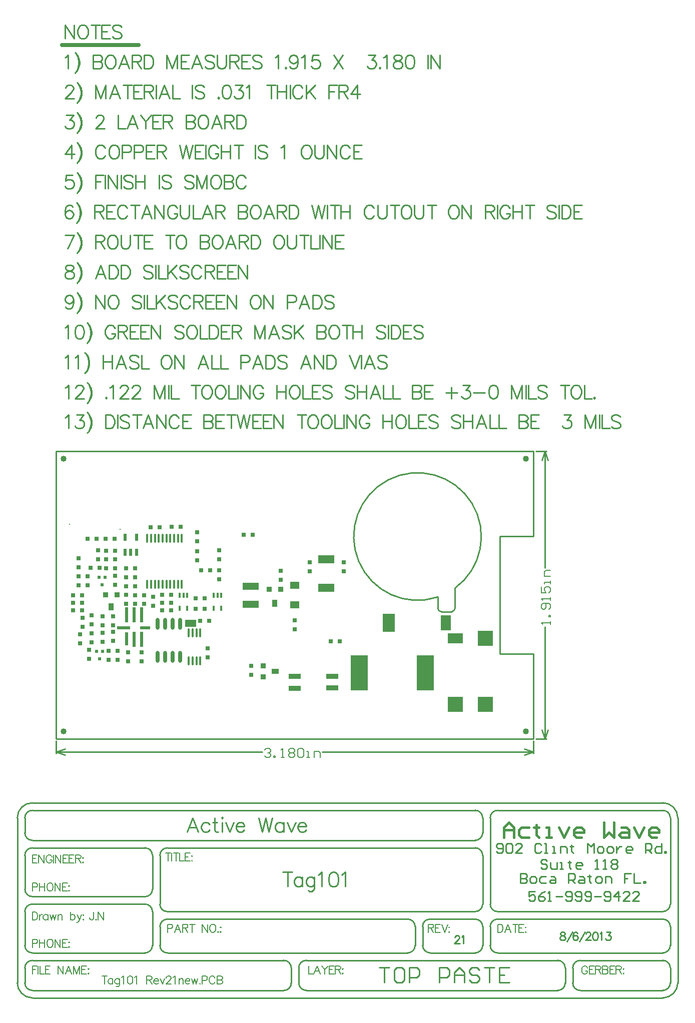
<source format=gtp>
%FSLAX25Y25*%
%MOIN*%
G70*
G01*
G75*
G04 Layer_Color=8421504*
%ADD10R,0.08000X0.03500*%
%ADD11R,0.05000X0.03600*%
%ADD12R,0.03600X0.03600*%
%ADD13R,0.03000X0.03000*%
%ADD14R,0.02362X0.02362*%
%ADD15R,0.03000X0.03000*%
%ADD16C,0.04000*%
%ADD17R,0.07400X0.04500*%
%ADD18C,0.01200*%
%ADD19R,0.10000X0.10000*%
%ADD20R,0.10000X0.07000*%
%ADD21O,0.02400X0.08000*%
%ADD22R,0.03600X0.03600*%
%ADD23R,0.03600X0.05000*%
%ADD24R,0.02362X0.10000*%
%ADD25R,0.02362X0.09000*%
%ADD26R,0.07000X0.02362*%
%ADD27R,0.09000X0.02362*%
%ADD28O,0.01600X0.06000*%
%ADD29R,0.06299X0.05118*%
%ADD30O,0.01600X0.06000*%
%ADD31R,0.02000X0.05000*%
%ADD32R,0.11000X0.04500*%
%ADD33R,0.11811X0.23622*%
%ADD34R,0.01378X0.03543*%
%ADD35R,0.01378X0.03543*%
%ADD36R,0.11024X0.05512*%
%ADD37R,0.07000X0.10000*%
%ADD38R,0.08000X0.12000*%
%ADD39C,0.02500*%
%ADD40C,0.04000*%
%ADD41C,0.01500*%
%ADD42C,0.00800*%
%ADD43C,0.01000*%
%ADD44C,0.01200*%
%ADD45C,0.02000*%
%ADD46C,0.01600*%
%ADD47C,0.01400*%
%ADD48C,0.07400*%
%ADD49C,0.00600*%
%ADD50C,0.00500*%
%ADD51C,0.00900*%
%ADD52C,0.06200*%
%ADD53R,0.06200X0.06200*%
%ADD54R,0.05000X0.05000*%
%ADD55C,0.07000*%
%ADD56C,0.12200*%
%ADD57C,0.07800*%
%ADD58C,0.19500*%
%ADD59C,0.02800*%
%ADD60R,0.07000X0.07000*%
%ADD61C,0.03000*%
%ADD62C,0.00984*%
%ADD63C,0.00598*%
D10*
X154000Y36450D02*
D03*
Y28550D02*
D03*
X179000Y36450D02*
D03*
Y28750D02*
D03*
D11*
X140900Y39900D02*
D03*
D12*
X132900Y36200D02*
D03*
Y43700D02*
D03*
D13*
X26100Y70600D02*
D03*
Y76600D02*
D03*
X12500Y69500D02*
D03*
Y75500D02*
D03*
X59600Y89600D02*
D03*
Y83600D02*
D03*
X41600Y90800D02*
D03*
Y84800D02*
D03*
X18600Y77100D02*
D03*
Y71100D02*
D03*
X18500Y65100D02*
D03*
Y59100D02*
D03*
X33000Y66100D02*
D03*
Y60100D02*
D03*
X43041Y52659D02*
D03*
Y46659D02*
D03*
X89000Y132500D02*
D03*
Y126500D02*
D03*
X52041Y52659D02*
D03*
Y46659D02*
D03*
X17100Y54100D02*
D03*
Y48100D02*
D03*
X89000Y120000D02*
D03*
Y114000D02*
D03*
X22900Y120700D02*
D03*
Y114700D02*
D03*
X34200Y103500D02*
D03*
Y97500D02*
D03*
X96087Y55300D02*
D03*
Y49300D02*
D03*
X164000Y106500D02*
D03*
Y112500D02*
D03*
X186500D02*
D03*
Y106500D02*
D03*
X41600Y102600D02*
D03*
Y96600D02*
D03*
X144500Y107000D02*
D03*
Y101000D02*
D03*
X33100Y70600D02*
D03*
Y76600D02*
D03*
X11100Y58694D02*
D03*
Y64694D02*
D03*
X9900Y97200D02*
D03*
Y103200D02*
D03*
Y109200D02*
D03*
Y115200D02*
D03*
X103500Y114600D02*
D03*
Y120600D02*
D03*
X15900Y103200D02*
D03*
Y97200D02*
D03*
X154000Y68000D02*
D03*
Y74000D02*
D03*
X47600Y96600D02*
D03*
Y102600D02*
D03*
X103600Y107100D02*
D03*
Y101100D02*
D03*
X26100Y59500D02*
D03*
Y65500D02*
D03*
X125000Y43500D02*
D03*
Y37500D02*
D03*
D14*
X23700Y102500D02*
D03*
X27637D02*
D03*
X25668Y97382D02*
D03*
X24069Y48182D02*
D03*
X26037Y53300D02*
D03*
X22100D02*
D03*
D15*
X12400Y85500D02*
D03*
X6400D02*
D03*
X12400Y80500D02*
D03*
X6400D02*
D03*
X94000Y81500D02*
D03*
X88000D02*
D03*
X94000Y88500D02*
D03*
X88000D02*
D03*
X47500Y85000D02*
D03*
X53500D02*
D03*
X34100Y128100D02*
D03*
X28100D02*
D03*
X91000Y73500D02*
D03*
X97000D02*
D03*
X64000Y136000D02*
D03*
X58000D02*
D03*
X78100Y136100D02*
D03*
X72100D02*
D03*
X91600Y107100D02*
D03*
X97600D02*
D03*
X126000Y131000D02*
D03*
X120000D02*
D03*
X24000Y108800D02*
D03*
X18000D02*
D03*
X30041Y47659D02*
D03*
X36041D02*
D03*
X65500Y85500D02*
D03*
X71500D02*
D03*
X12400Y90400D02*
D03*
X6400D02*
D03*
X65500Y80500D02*
D03*
X71500D02*
D03*
X34200Y108500D02*
D03*
X28200D02*
D03*
X35900Y53400D02*
D03*
X29900D02*
D03*
X28200Y114500D02*
D03*
X34200D02*
D03*
X28200Y120300D02*
D03*
X34200D02*
D03*
X15900Y128100D02*
D03*
X21900D02*
D03*
X53600Y90600D02*
D03*
X47600D02*
D03*
X178000Y60000D02*
D03*
X184000D02*
D03*
X47600Y108600D02*
D03*
X41600D02*
D03*
X65500Y91000D02*
D03*
X71500D02*
D03*
D16*
X308000Y0D02*
D03*
X0Y181500D02*
D03*
X308000D02*
D03*
X0Y0D02*
D03*
D17*
X84600Y71800D02*
D03*
D18*
X3900Y137800D02*
D03*
X37600Y134500D02*
D03*
D19*
X281000Y62000D02*
D03*
Y18000D02*
D03*
X261000D02*
D03*
D20*
Y62000D02*
D03*
D21*
X62800Y49500D02*
D03*
X67800D02*
D03*
X72800D02*
D03*
X62800Y71500D02*
D03*
X72800D02*
D03*
X77800D02*
D03*
X67800D02*
D03*
X77800Y49500D02*
D03*
D22*
X35600Y90800D02*
D03*
X28100D02*
D03*
X137020Y94500D02*
D03*
X144500D02*
D03*
D23*
X31800Y82800D02*
D03*
X140760Y85051D02*
D03*
D24*
X47100Y61194D02*
D03*
X52100D02*
D03*
X52000Y77500D02*
D03*
X47100Y77400D02*
D03*
X42100D02*
D03*
D25*
Y61694D02*
D03*
D26*
X54307Y69032D02*
D03*
D27*
X40107Y69032D02*
D03*
D28*
X83423Y65400D02*
D03*
X85982Y46715D02*
D03*
X88541D02*
D03*
X83423D02*
D03*
X91100Y65400D02*
D03*
X88541D02*
D03*
X91100Y46715D02*
D03*
X85982Y65400D02*
D03*
D29*
X154015Y97196D02*
D03*
Y84204D02*
D03*
D30*
X55769Y97891D02*
D03*
X63446D02*
D03*
X68564Y128600D02*
D03*
X78800Y97891D02*
D03*
X63446Y128600D02*
D03*
X73682D02*
D03*
X66005Y97891D02*
D03*
X68564D02*
D03*
X71123Y128600D02*
D03*
X73682Y97891D02*
D03*
X76241D02*
D03*
X78800Y128600D02*
D03*
X55769D02*
D03*
X58328Y97891D02*
D03*
X66005Y128600D02*
D03*
X76241D02*
D03*
X60887D02*
D03*
X58328D02*
D03*
X71123Y97891D02*
D03*
X60887D02*
D03*
D31*
X41100Y119100D02*
D03*
Y129100D02*
D03*
X48600D02*
D03*
X44800Y119100D02*
D03*
X48600D02*
D03*
D32*
X124500Y96500D02*
D03*
Y84500D02*
D03*
D33*
X241047Y39000D02*
D03*
X196953D02*
D03*
D34*
X105159Y90431D02*
D03*
X82459D02*
D03*
D35*
X105159Y81769D02*
D03*
X100041D02*
D03*
X102600Y90431D02*
D03*
X100041D02*
D03*
X77341D02*
D03*
X79900D02*
D03*
X77341Y81769D02*
D03*
X82459D02*
D03*
D36*
X175000Y95551D02*
D03*
Y114449D02*
D03*
D37*
X254802Y72202D02*
D03*
D38*
X216802D02*
D03*
D39*
X-1040Y457050D02*
X49960D01*
D41*
X293352Y-70690D02*
Y-64025D01*
X296685Y-60693D01*
X300017Y-64025D01*
Y-70690D01*
Y-65691D01*
X293352D01*
X310014Y-64025D02*
X305015D01*
X303349Y-65691D01*
Y-69024D01*
X305015Y-70690D01*
X310014D01*
X315012Y-62359D02*
Y-64025D01*
X313346D01*
X316678D01*
X315012D01*
Y-69024D01*
X316678Y-70690D01*
X321676D02*
X325009D01*
X323342D01*
Y-64025D01*
X321676D01*
X330007D02*
X333339Y-70690D01*
X336672Y-64025D01*
X345002Y-70690D02*
X341670D01*
X340004Y-69024D01*
Y-65691D01*
X341670Y-64025D01*
X345002D01*
X346668Y-65691D01*
Y-67357D01*
X340004D01*
X359997Y-60693D02*
Y-70690D01*
X363330Y-67357D01*
X366662Y-70690D01*
Y-60693D01*
X371660Y-64025D02*
X374992D01*
X376659Y-65691D01*
Y-70690D01*
X371660D01*
X369994Y-69024D01*
X371660Y-67357D01*
X376659D01*
X379991Y-64025D02*
X383323Y-70690D01*
X386655Y-64025D01*
X394986Y-70690D02*
X391654D01*
X389988Y-69024D01*
Y-65691D01*
X391654Y-64025D01*
X394986D01*
X396652Y-65691D01*
Y-67357D01*
X389988D01*
D42*
X20028Y-120491D02*
Y-124554D01*
X19774Y-125315D01*
X19520Y-125569D01*
X19012Y-125823D01*
X18504D01*
X17996Y-125569D01*
X17742Y-125315D01*
X17489Y-124554D01*
Y-124046D01*
X21653Y-125315D02*
X21399Y-125569D01*
X21653Y-125823D01*
X21907Y-125569D01*
X21653Y-125315D01*
X23075Y-120491D02*
Y-125823D01*
Y-120491D02*
X26629Y-125823D01*
Y-120491D02*
Y-125823D01*
D43*
X210261Y-157470D02*
X216925D01*
X213593D01*
Y-167467D01*
X225256Y-157470D02*
X221923D01*
X220257Y-159136D01*
Y-165801D01*
X221923Y-167467D01*
X225256D01*
X226922Y-165801D01*
Y-159136D01*
X225256Y-157470D01*
X230254Y-167467D02*
Y-157470D01*
X235253D01*
X236919Y-159136D01*
Y-162469D01*
X235253Y-164135D01*
X230254D01*
X250248Y-167467D02*
Y-157470D01*
X255246D01*
X256912Y-159136D01*
Y-162469D01*
X255246Y-164135D01*
X250248D01*
X260244Y-167467D02*
Y-160802D01*
X263577Y-157470D01*
X266909Y-160802D01*
Y-167467D01*
Y-162469D01*
X260244D01*
X276906Y-159136D02*
X275240Y-157470D01*
X271907D01*
X270241Y-159136D01*
Y-160802D01*
X271907Y-162469D01*
X275240D01*
X276906Y-164135D01*
Y-165801D01*
X275240Y-167467D01*
X271907D01*
X270241Y-165801D01*
X280238Y-157470D02*
X286902D01*
X283570D01*
Y-167467D01*
X296899Y-157470D02*
X290235D01*
Y-167467D01*
X296899D01*
X290235Y-162469D02*
X293567D01*
X314500Y186500D02*
X321600D01*
X314500Y-5000D02*
X321600D01*
X320600Y108744D02*
Y186500D01*
Y-5000D02*
Y69556D01*
X318600Y180500D02*
X320600Y186500D01*
X322600Y180500D01*
X320600Y-5000D02*
X322600Y1000D01*
X318600D02*
X320600Y-5000D01*
X313000Y-14900D02*
Y-6500D01*
X-5000Y-14900D02*
Y-6500D01*
X172494Y-13900D02*
X313000D01*
X-5000D02*
X132306D01*
X307000Y-11900D02*
X313000Y-13900D01*
X307000Y-15900D02*
X313000Y-13900D01*
X-5000D02*
X1000Y-15900D01*
X-5000Y-13900D02*
X1000Y-11900D01*
X258500Y79700D02*
G03*
X260800Y82000I0J2300D01*
G01*
X249300D02*
G03*
X251600Y79700I2300J0D01*
G01*
X260785Y95320D02*
G03*
X249300Y89401I-24985J34380D01*
G01*
X-5000Y-5000D02*
X313000D01*
X290500Y130000D02*
X313000D01*
X290500Y51400D02*
X313000D01*
X-5000Y-5000D02*
Y186500D01*
X313000Y-5000D02*
Y51400D01*
X290500D02*
Y130000D01*
X313000D02*
Y186500D01*
X-5000D02*
X313000D01*
X260800Y82000D02*
Y95300D01*
X251600Y79700D02*
X258500D01*
X249300Y82000D02*
Y89400D01*
X151692Y-157718D02*
G03*
X146692Y-152718I-5000J0D01*
G01*
X146808Y-172718D02*
G03*
X151690Y-167750I84J4800D01*
G01*
X161692Y-152718D02*
G03*
X156692Y-157718I0J-5000D01*
G01*
Y-167718D02*
G03*
X161605Y-172717I5000J0D01*
G01*
X334192Y-157718D02*
G03*
X329192Y-152718I-5000J0D01*
G01*
X329308Y-172718D02*
G03*
X334190Y-167750I84J4800D01*
G01*
X339192Y-167818D02*
G03*
X344178Y-172717I4900J0D01*
G01*
X344192Y-152718D02*
G03*
X339192Y-157718I0J-5000D01*
G01*
X59192Y-82618D02*
G03*
X54292Y-77718I-4900J0D01*
G01*
X54392Y-110218D02*
G03*
X59192Y-105418I0J4800D01*
G01*
Y-120118D02*
G03*
X54121Y-115221I-4900J0D01*
G01*
X64192Y-115318D02*
G03*
X69092Y-120218I4900J0D01*
G01*
X64192Y-142818D02*
G03*
X69092Y-147718I4900J0D01*
G01*
X54292D02*
G03*
X59192Y-142818I0J4900D01*
G01*
X234192Y-130118D02*
G03*
X229292Y-125218I-4900J0D01*
G01*
Y-147718D02*
G03*
X234191Y-142732I0J4900D01*
G01*
X239192Y-142618D02*
G03*
X244203Y-147717I5100J0D01*
G01*
X243992Y-125218D02*
G03*
X239199Y-130269I0J-4800D01*
G01*
X69192Y-125218D02*
G03*
X64192Y-130218I0J-5000D01*
G01*
X69192Y-77718D02*
G03*
X64192Y-82718I0J-5000D01*
G01*
X-25808Y-142718D02*
G03*
X-20895Y-147717I5000J0D01*
G01*
X-20808Y-115218D02*
G03*
X-25808Y-120218I0J-5000D01*
G01*
Y-105218D02*
G03*
X-20808Y-110218I5000J0D01*
G01*
Y-77718D02*
G03*
X-25808Y-82718I0J-5000D01*
G01*
Y-67718D02*
G03*
X-20808Y-72718I5000J0D01*
G01*
Y-52718D02*
G03*
X-25808Y-57718I0J-5000D01*
G01*
X279192D02*
G03*
X274192Y-52718I-5000J0D01*
G01*
X289192D02*
G03*
X284192Y-57718I0J-5000D01*
G01*
X274192Y-72718D02*
G03*
X279192Y-67718I0J5000D01*
G01*
Y-82718D02*
G03*
X274192Y-77718I-5000J0D01*
G01*
X-20808Y-152718D02*
G03*
X-25808Y-157718I0J-5000D01*
G01*
X274279Y-120218D02*
G03*
X279193Y-115218I-87J5000D01*
G01*
X-25808Y-167718D02*
G03*
X-20895Y-172717I5000J0D01*
G01*
X279192Y-130118D02*
G03*
X274292Y-125218I-4900J0D01*
G01*
X284192Y-142818D02*
G03*
X289177Y-147717I4900J0D01*
G01*
X274192Y-147718D02*
G03*
X279192Y-142718I0J5000D01*
G01*
X399192Y-172718D02*
G03*
X404192Y-167718I0J5000D01*
G01*
X404192Y-157630D02*
G03*
X399192Y-152717I-5000J-87D01*
G01*
Y-147718D02*
G03*
X404192Y-142718I0J5000D01*
G01*
Y-57618D02*
G03*
X399121Y-52721I-4900J0D01*
G01*
X409192Y-57718D02*
G03*
X399192Y-47718I-10000J0D01*
G01*
Y-177718D02*
G03*
X409192Y-167718I0J10000D01*
G01*
X-30808Y-167618D02*
G03*
X-20884Y-177716I10100J0D01*
G01*
X-20808Y-47718D02*
G03*
X-30808Y-57718I0J-10000D01*
G01*
X284192Y-115218D02*
G03*
X289192Y-120218I5000J0D01*
G01*
X399192D02*
G03*
X404192Y-115218I0J5000D01*
G01*
X289192Y-125218D02*
G03*
X284192Y-130218I0J-5000D01*
G01*
X404192Y-130118D02*
G03*
X399292Y-125218I-4900J0D01*
G01*
X161692Y-172718D02*
X329192D01*
X-20808D02*
X146692D01*
X-20808Y-152718D02*
X146692D01*
X161692D02*
X329192D01*
X344192Y-172718D02*
X399192D01*
X344192Y-152718D02*
X399192D01*
X-20808Y-52718D02*
X274192D01*
X-20808Y-177718D02*
X399192D01*
X-20808Y-47718D02*
X399192D01*
X-20808Y-147718D02*
X54192D01*
X-20808Y-115218D02*
X54192D01*
X-20808Y-110218D02*
X54192D01*
X-20808Y-77718D02*
X54192D01*
X-20808Y-72718D02*
X274192D01*
X69192Y-77718D02*
X274192D01*
X69192Y-125218D02*
X229192D01*
X69192Y-147718D02*
X229192D01*
X244192D02*
X274192D01*
X244192Y-125218D02*
X274192D01*
X289192Y-147718D02*
X399192D01*
X289192Y-52718D02*
X399192D01*
X69192Y-120218D02*
X274192D01*
X289192D02*
X399192D01*
X289192Y-125218D02*
X399192D01*
X151692Y-167718D02*
Y-157718D01*
X156692Y-167718D02*
Y-157718D01*
X334192Y-167718D02*
Y-157718D01*
X339192Y-167718D02*
Y-157718D01*
X409192Y-167718D02*
Y-57718D01*
X-25808Y-142718D02*
Y-120218D01*
X59192Y-142718D02*
Y-120218D01*
X-25808Y-105218D02*
Y-82718D01*
X59192Y-105218D02*
Y-82718D01*
X-25808Y-67718D02*
Y-57718D01*
X279192Y-67718D02*
Y-57718D01*
Y-115218D02*
Y-82718D01*
X64192Y-115218D02*
Y-82718D01*
X234192Y-142718D02*
Y-130218D01*
X64192Y-142718D02*
Y-130218D01*
X239192Y-142718D02*
Y-130218D01*
X279192Y-142718D02*
Y-130218D01*
X404192Y-167718D02*
Y-157718D01*
X-25808Y-167718D02*
Y-157718D01*
X-30808Y-167718D02*
Y-57718D01*
X284192Y-115218D02*
Y-57718D01*
X404192Y-115218D02*
Y-57718D01*
X284192Y-142718D02*
Y-130218D01*
X404192Y-142718D02*
Y-130118D01*
X304352Y-94792D02*
Y-101190D01*
X307551D01*
X308617Y-100123D01*
Y-99057D01*
X307551Y-97991D01*
X304352D01*
X307551D01*
X308617Y-96925D01*
Y-95858D01*
X307551Y-94792D01*
X304352D01*
X311817Y-101190D02*
X313949D01*
X315016Y-100123D01*
Y-97991D01*
X313949Y-96925D01*
X311817D01*
X310750Y-97991D01*
Y-100123D01*
X311817Y-101190D01*
X321413Y-96925D02*
X318214D01*
X317148Y-97991D01*
Y-100123D01*
X318214Y-101190D01*
X321413D01*
X324612Y-96925D02*
X326745D01*
X327811Y-97991D01*
Y-101190D01*
X324612D01*
X323546Y-100123D01*
X324612Y-99057D01*
X327811D01*
X336342Y-101190D02*
Y-94792D01*
X339541D01*
X340607Y-95858D01*
Y-97991D01*
X339541Y-99057D01*
X336342D01*
X338474D02*
X340607Y-101190D01*
X343806Y-96925D02*
X345939D01*
X347005Y-97991D01*
Y-101190D01*
X343806D01*
X342740Y-100123D01*
X343806Y-99057D01*
X347005D01*
X350204Y-95858D02*
Y-96925D01*
X349138D01*
X351270D01*
X350204D01*
Y-100123D01*
X351270Y-101190D01*
X355536D02*
X357668D01*
X358735Y-100123D01*
Y-97991D01*
X357668Y-96925D01*
X355536D01*
X354469Y-97991D01*
Y-100123D01*
X355536Y-101190D01*
X360867D02*
Y-96925D01*
X364066D01*
X365133Y-97991D01*
Y-101190D01*
X377928Y-94792D02*
X373663D01*
Y-97991D01*
X375796D01*
X373663D01*
Y-101190D01*
X380061Y-94792D02*
Y-101190D01*
X384326D01*
X386459D02*
Y-100123D01*
X387525D01*
Y-101190D01*
X386459D01*
X288352Y-80123D02*
X289419Y-81190D01*
X291551D01*
X292618Y-80123D01*
Y-75858D01*
X291551Y-74792D01*
X289419D01*
X288352Y-75858D01*
Y-76925D01*
X289419Y-77991D01*
X292618D01*
X294750Y-75858D02*
X295816Y-74792D01*
X297949D01*
X299015Y-75858D01*
Y-80123D01*
X297949Y-81190D01*
X295816D01*
X294750Y-80123D01*
Y-75858D01*
X305413Y-81190D02*
X301148D01*
X305413Y-76925D01*
Y-75858D01*
X304347Y-74792D01*
X302214D01*
X301148Y-75858D01*
X318209D02*
X317143Y-74792D01*
X315010D01*
X313944Y-75858D01*
Y-80123D01*
X315010Y-81190D01*
X317143D01*
X318209Y-80123D01*
X320342Y-81190D02*
X322475D01*
X321408D01*
Y-74792D01*
X320342D01*
X325674Y-81190D02*
X327806D01*
X326740D01*
Y-76925D01*
X325674D01*
X331005Y-81190D02*
Y-76925D01*
X334204D01*
X335270Y-77991D01*
Y-81190D01*
X338469Y-75858D02*
Y-76925D01*
X337403D01*
X339536D01*
X338469D01*
Y-80123D01*
X339536Y-81190D01*
X349133D02*
Y-74792D01*
X351265Y-76925D01*
X353398Y-74792D01*
Y-81190D01*
X356597D02*
X358730D01*
X359796Y-80123D01*
Y-77991D01*
X358730Y-76925D01*
X356597D01*
X355531Y-77991D01*
Y-80123D01*
X356597Y-81190D01*
X362995D02*
X365127D01*
X366194Y-80123D01*
Y-77991D01*
X365127Y-76925D01*
X362995D01*
X361928Y-77991D01*
Y-80123D01*
X362995Y-81190D01*
X368326Y-76925D02*
Y-81190D01*
Y-79057D01*
X369393Y-77991D01*
X370459Y-76925D01*
X371525D01*
X377923Y-81190D02*
X375791D01*
X374724Y-80123D01*
Y-77991D01*
X375791Y-76925D01*
X377923D01*
X378990Y-77991D01*
Y-79057D01*
X374724D01*
X387520Y-81190D02*
Y-74792D01*
X390719D01*
X391785Y-75858D01*
Y-77991D01*
X390719Y-79057D01*
X387520D01*
X389653D02*
X391785Y-81190D01*
X398183Y-74792D02*
Y-81190D01*
X394984D01*
X393918Y-80123D01*
Y-77991D01*
X394984Y-76925D01*
X398183D01*
X400316Y-81190D02*
Y-80123D01*
X401382D01*
Y-81190D01*
X400316D01*
X314118Y-106792D02*
X309852D01*
Y-109991D01*
X311985Y-108924D01*
X313051D01*
X314118Y-109991D01*
Y-112123D01*
X313051Y-113190D01*
X310919D01*
X309852Y-112123D01*
X320515Y-106792D02*
X318383Y-107858D01*
X316250Y-109991D01*
Y-112123D01*
X317317Y-113190D01*
X319449D01*
X320515Y-112123D01*
Y-111057D01*
X319449Y-109991D01*
X316250D01*
X322648Y-113190D02*
X324781D01*
X323714D01*
Y-106792D01*
X322648Y-107858D01*
X327980Y-109991D02*
X332245D01*
X334378Y-112123D02*
X335444Y-113190D01*
X337577D01*
X338643Y-112123D01*
Y-107858D01*
X337577Y-106792D01*
X335444D01*
X334378Y-107858D01*
Y-108924D01*
X335444Y-109991D01*
X338643D01*
X340776Y-112123D02*
X341842Y-113190D01*
X343974D01*
X345041Y-112123D01*
Y-107858D01*
X343974Y-106792D01*
X341842D01*
X340776Y-107858D01*
Y-108924D01*
X341842Y-109991D01*
X345041D01*
X347174Y-112123D02*
X348240Y-113190D01*
X350373D01*
X351439Y-112123D01*
Y-107858D01*
X350373Y-106792D01*
X348240D01*
X347174Y-107858D01*
Y-108924D01*
X348240Y-109991D01*
X351439D01*
X353571D02*
X357837D01*
X359969Y-112123D02*
X361036Y-113190D01*
X363168D01*
X364235Y-112123D01*
Y-107858D01*
X363168Y-106792D01*
X361036D01*
X359969Y-107858D01*
Y-108924D01*
X361036Y-109991D01*
X364235D01*
X369566Y-113190D02*
Y-106792D01*
X366367Y-109991D01*
X370633D01*
X377030Y-113190D02*
X372765D01*
X377030Y-108924D01*
Y-107858D01*
X375964Y-106792D01*
X373832D01*
X372765Y-107858D01*
X383428Y-113190D02*
X379163D01*
X383428Y-108924D01*
Y-107858D01*
X382362Y-106792D01*
X380229D01*
X379163Y-107858D01*
X322117Y-86358D02*
X321051Y-85292D01*
X318919D01*
X317852Y-86358D01*
Y-87424D01*
X318919Y-88491D01*
X321051D01*
X322117Y-89557D01*
Y-90623D01*
X321051Y-91690D01*
X318919D01*
X317852Y-90623D01*
X324250Y-87424D02*
Y-90623D01*
X325317Y-91690D01*
X328516D01*
Y-87424D01*
X330648Y-91690D02*
X332781D01*
X331714D01*
Y-87424D01*
X330648D01*
X337046Y-86358D02*
Y-87424D01*
X335980D01*
X338112D01*
X337046D01*
Y-90623D01*
X338112Y-91690D01*
X344510D02*
X342378D01*
X341311Y-90623D01*
Y-88491D01*
X342378Y-87424D01*
X344510D01*
X345577Y-88491D01*
Y-89557D01*
X341311D01*
X354107Y-91690D02*
X356240D01*
X355173D01*
Y-85292D01*
X354107Y-86358D01*
X359439Y-91690D02*
X361571D01*
X360505D01*
Y-85292D01*
X359439Y-86358D01*
X364770D02*
X365837Y-85292D01*
X367969D01*
X369036Y-86358D01*
Y-87424D01*
X367969Y-88491D01*
X369036Y-89557D01*
Y-90623D01*
X367969Y-91690D01*
X365837D01*
X364770Y-90623D01*
Y-89557D01*
X365837Y-88491D01*
X364770Y-87424D01*
Y-86358D01*
X365837Y-88491D02*
X367969D01*
X1060Y209034D02*
X1917Y209463D01*
X3202Y210748D01*
Y201750D01*
X8515Y210748D02*
X13228D01*
X10658Y207320D01*
X11943D01*
X12800Y206892D01*
X13228Y206463D01*
X13657Y205178D01*
Y204321D01*
X13228Y203035D01*
X12371Y202179D01*
X11086Y201750D01*
X9801D01*
X8515Y202179D01*
X8087Y202607D01*
X7658Y203464D01*
X15671Y212462D02*
X16528Y211605D01*
X17385Y210320D01*
X18242Y208606D01*
X18670Y206463D01*
Y204749D01*
X18242Y202607D01*
X17385Y200893D01*
X16528Y199608D01*
X15671Y198751D01*
X16528Y211605D02*
X17385Y209891D01*
X17813Y208606D01*
X18242Y206463D01*
Y204749D01*
X17813Y202607D01*
X17385Y201322D01*
X16528Y199608D01*
X27925Y210748D02*
Y201750D01*
Y210748D02*
X30925D01*
X32210Y210320D01*
X33067Y209463D01*
X33496Y208606D01*
X33924Y207320D01*
Y205178D01*
X33496Y203892D01*
X33067Y203035D01*
X32210Y202179D01*
X30925Y201750D01*
X27925D01*
X35938Y210748D02*
Y201750D01*
X43822Y209463D02*
X42965Y210320D01*
X41679Y210748D01*
X39966D01*
X38680Y210320D01*
X37823Y209463D01*
Y208606D01*
X38252Y207749D01*
X38680Y207320D01*
X39537Y206892D01*
X42108Y206035D01*
X42965Y205606D01*
X43393Y205178D01*
X43822Y204321D01*
Y203035D01*
X42965Y202179D01*
X41679Y201750D01*
X39966D01*
X38680Y202179D01*
X37823Y203035D01*
X48835Y210748D02*
Y201750D01*
X45836Y210748D02*
X51834D01*
X59761Y201750D02*
X56334Y210748D01*
X52906Y201750D01*
X54191Y204749D02*
X58476D01*
X61861Y210748D02*
Y201750D01*
Y210748D02*
X67860Y201750D01*
Y210748D02*
Y201750D01*
X76772Y208606D02*
X76344Y209463D01*
X75486Y210320D01*
X74629Y210748D01*
X72916D01*
X72059Y210320D01*
X71202Y209463D01*
X70773Y208606D01*
X70345Y207320D01*
Y205178D01*
X70773Y203892D01*
X71202Y203035D01*
X72059Y202179D01*
X72916Y201750D01*
X74629D01*
X75486Y202179D01*
X76344Y203035D01*
X76772Y203892D01*
X84870Y210748D02*
X79300D01*
Y201750D01*
X84870D01*
X79300Y206463D02*
X82728D01*
X93440Y210748D02*
Y201750D01*
Y210748D02*
X97296D01*
X98582Y210320D01*
X99010Y209891D01*
X99439Y209034D01*
Y208177D01*
X99010Y207320D01*
X98582Y206892D01*
X97296Y206463D01*
X93440D02*
X97296D01*
X98582Y206035D01*
X99010Y205606D01*
X99439Y204749D01*
Y203464D01*
X99010Y202607D01*
X98582Y202179D01*
X97296Y201750D01*
X93440D01*
X107023Y210748D02*
X101452D01*
Y201750D01*
X107023D01*
X101452Y206463D02*
X104880D01*
X111522Y210748D02*
Y201750D01*
X108522Y210748D02*
X114521D01*
X115592D02*
X117735Y201750D01*
X119877Y210748D02*
X117735Y201750D01*
X119877Y210748D02*
X122019Y201750D01*
X124162Y210748D02*
X122019Y201750D01*
X131532Y210748D02*
X125961D01*
Y201750D01*
X131532D01*
X125961Y206463D02*
X129389D01*
X138602Y210748D02*
X133031D01*
Y201750D01*
X138602D01*
X133031Y206463D02*
X136459D01*
X140101Y210748D02*
Y201750D01*
Y210748D02*
X146100Y201750D01*
Y210748D02*
Y201750D01*
X158654Y210748D02*
Y201750D01*
X155655Y210748D02*
X161654D01*
X165296D02*
X164439Y210320D01*
X163582Y209463D01*
X163153Y208606D01*
X162725Y207320D01*
Y205178D01*
X163153Y203892D01*
X163582Y203035D01*
X164439Y202179D01*
X165296Y201750D01*
X167010D01*
X167867Y202179D01*
X168724Y203035D01*
X169152Y203892D01*
X169581Y205178D01*
Y207320D01*
X169152Y208606D01*
X168724Y209463D01*
X167867Y210320D01*
X167010Y210748D01*
X165296D01*
X174251D02*
X173394Y210320D01*
X172537Y209463D01*
X172109Y208606D01*
X171680Y207320D01*
Y205178D01*
X172109Y203892D01*
X172537Y203035D01*
X173394Y202179D01*
X174251Y201750D01*
X175965D01*
X176822Y202179D01*
X177679Y203035D01*
X178107Y203892D01*
X178536Y205178D01*
Y207320D01*
X178107Y208606D01*
X177679Y209463D01*
X176822Y210320D01*
X175965Y210748D01*
X174251D01*
X180635D02*
Y201750D01*
X185777D01*
X186763Y210748D02*
Y201750D01*
X188648Y210748D02*
Y201750D01*
Y210748D02*
X194647Y201750D01*
Y210748D02*
Y201750D01*
X203559Y208606D02*
X203131Y209463D01*
X202274Y210320D01*
X201417Y210748D01*
X199703D01*
X198846Y210320D01*
X197989Y209463D01*
X197560Y208606D01*
X197132Y207320D01*
Y205178D01*
X197560Y203892D01*
X197989Y203035D01*
X198846Y202179D01*
X199703Y201750D01*
X201417D01*
X202274Y202179D01*
X203131Y203035D01*
X203559Y203892D01*
Y205178D01*
X201417D02*
X203559D01*
X212686Y210748D02*
Y201750D01*
X218684Y210748D02*
Y201750D01*
X212686Y206463D02*
X218684D01*
X223740Y210748D02*
X222884Y210320D01*
X222026Y209463D01*
X221598Y208606D01*
X221169Y207320D01*
Y205178D01*
X221598Y203892D01*
X222026Y203035D01*
X222884Y202179D01*
X223740Y201750D01*
X225454D01*
X226311Y202179D01*
X227168Y203035D01*
X227597Y203892D01*
X228025Y205178D01*
Y207320D01*
X227597Y208606D01*
X227168Y209463D01*
X226311Y210320D01*
X225454Y210748D01*
X223740D01*
X230125D02*
Y201750D01*
X235266D01*
X241822Y210748D02*
X236252D01*
Y201750D01*
X241822D01*
X236252Y206463D02*
X239680D01*
X249321Y209463D02*
X248464Y210320D01*
X247178Y210748D01*
X245464D01*
X244179Y210320D01*
X243322Y209463D01*
Y208606D01*
X243750Y207749D01*
X244179Y207320D01*
X245036Y206892D01*
X247607Y206035D01*
X248464Y205606D01*
X248892Y205178D01*
X249321Y204321D01*
Y203035D01*
X248464Y202179D01*
X247178Y201750D01*
X245464D01*
X244179Y202179D01*
X243322Y203035D01*
X264403Y209463D02*
X263546Y210320D01*
X262261Y210748D01*
X260547D01*
X259261Y210320D01*
X258404Y209463D01*
Y208606D01*
X258833Y207749D01*
X259261Y207320D01*
X260118Y206892D01*
X262689Y206035D01*
X263546Y205606D01*
X263975Y205178D01*
X264403Y204321D01*
Y203035D01*
X263546Y202179D01*
X262261Y201750D01*
X260547D01*
X259261Y202179D01*
X258404Y203035D01*
X266417Y210748D02*
Y201750D01*
X272416Y210748D02*
Y201750D01*
X266417Y206463D02*
X272416D01*
X281757Y201750D02*
X278329Y210748D01*
X274901Y201750D01*
X276186Y204749D02*
X280471D01*
X283856Y210748D02*
Y201750D01*
X288998D01*
X289983Y210748D02*
Y201750D01*
X295125D01*
X303181Y210748D02*
Y201750D01*
Y210748D02*
X307037D01*
X308322Y210320D01*
X308751Y209891D01*
X309179Y209034D01*
Y208177D01*
X308751Y207320D01*
X308322Y206892D01*
X307037Y206463D01*
X303181D02*
X307037D01*
X308322Y206035D01*
X308751Y205606D01*
X309179Y204749D01*
Y203464D01*
X308751Y202607D01*
X308322Y202179D01*
X307037Y201750D01*
X303181D01*
X316763Y210748D02*
X311193D01*
Y201750D01*
X316763D01*
X311193Y206463D02*
X314621D01*
X333260Y210748D02*
X337973D01*
X335402Y207320D01*
X336688D01*
X337545Y206892D01*
X337973Y206463D01*
X338402Y205178D01*
Y204321D01*
X337973Y203035D01*
X337116Y202179D01*
X335831Y201750D01*
X334545D01*
X333260Y202179D01*
X332831Y202607D01*
X332403Y203464D01*
X347485Y210748D02*
Y201750D01*
Y210748D02*
X350913Y201750D01*
X354341Y210748D02*
X350913Y201750D01*
X354341Y210748D02*
Y201750D01*
X356912Y210748D02*
Y201750D01*
X358797Y210748D02*
Y201750D01*
X363939D01*
X370923Y209463D02*
X370066Y210320D01*
X368781Y210748D01*
X367067D01*
X365781Y210320D01*
X364924Y209463D01*
Y208606D01*
X365353Y207749D01*
X365781Y207320D01*
X366638Y206892D01*
X369209Y206035D01*
X370066Y205606D01*
X370495Y205178D01*
X370923Y204321D01*
Y203035D01*
X370066Y202179D01*
X368781Y201750D01*
X367067D01*
X365781Y202179D01*
X364924Y203035D01*
X960Y248834D02*
X1817Y249263D01*
X3102Y250548D01*
Y241550D01*
X7558Y248834D02*
X8415Y249263D01*
X9701Y250548D01*
Y241550D01*
X14157Y252262D02*
X15014Y251405D01*
X15871Y250120D01*
X16728Y248406D01*
X17156Y246263D01*
Y244549D01*
X16728Y242407D01*
X15871Y240693D01*
X15014Y239408D01*
X14157Y238551D01*
X15014Y251405D02*
X15871Y249691D01*
X16299Y248406D01*
X16728Y246263D01*
Y244549D01*
X16299Y242407D01*
X15871Y241122D01*
X15014Y239408D01*
X26411Y250548D02*
Y241550D01*
X32410Y250548D02*
Y241550D01*
X26411Y246263D02*
X32410D01*
X41751Y241550D02*
X38323Y250548D01*
X34895Y241550D01*
X36181Y244549D02*
X40465D01*
X49849Y249263D02*
X48992Y250120D01*
X47707Y250548D01*
X45993D01*
X44707Y250120D01*
X43850Y249263D01*
Y248406D01*
X44279Y247549D01*
X44707Y247120D01*
X45564Y246692D01*
X48135Y245835D01*
X48992Y245406D01*
X49421Y244978D01*
X49849Y244121D01*
Y242835D01*
X48992Y241979D01*
X47707Y241550D01*
X45993D01*
X44707Y241979D01*
X43850Y242835D01*
X51863Y250548D02*
Y241550D01*
X57005D01*
X67631Y250548D02*
X66774Y250120D01*
X65917Y249263D01*
X65489Y248406D01*
X65060Y247120D01*
Y244978D01*
X65489Y243692D01*
X65917Y242835D01*
X66774Y241979D01*
X67631Y241550D01*
X69345D01*
X70202Y241979D01*
X71059Y242835D01*
X71487Y243692D01*
X71916Y244978D01*
Y247120D01*
X71487Y248406D01*
X71059Y249263D01*
X70202Y250120D01*
X69345Y250548D01*
X67631D01*
X74015D02*
Y241550D01*
Y250548D02*
X80014Y241550D01*
Y250548D02*
Y241550D01*
X96425D02*
X92997Y250548D01*
X89569Y241550D01*
X90855Y244549D02*
X95139D01*
X98524Y250548D02*
Y241550D01*
X103666D01*
X104652Y250548D02*
Y241550D01*
X109793D01*
X117849Y245835D02*
X121705D01*
X122991Y246263D01*
X123419Y246692D01*
X123847Y247549D01*
Y248834D01*
X123419Y249691D01*
X122991Y250120D01*
X121705Y250548D01*
X117849D01*
Y241550D01*
X132717D02*
X129289Y250548D01*
X125861Y241550D01*
X127147Y244549D02*
X131432D01*
X134817Y250548D02*
Y241550D01*
Y250548D02*
X137816D01*
X139101Y250120D01*
X139958Y249263D01*
X140387Y248406D01*
X140815Y247120D01*
Y244978D01*
X140387Y243692D01*
X139958Y242835D01*
X139101Y241979D01*
X137816Y241550D01*
X134817D01*
X148828Y249263D02*
X147971Y250120D01*
X146686Y250548D01*
X144972D01*
X143686Y250120D01*
X142829Y249263D01*
Y248406D01*
X143258Y247549D01*
X143686Y247120D01*
X144543Y246692D01*
X147114Y245835D01*
X147971Y245406D01*
X148399Y244978D01*
X148828Y244121D01*
Y242835D01*
X147971Y241979D01*
X146686Y241550D01*
X144972D01*
X143686Y241979D01*
X142829Y242835D01*
X164767Y241550D02*
X161339Y250548D01*
X157912Y241550D01*
X159197Y244549D02*
X163482D01*
X166867Y250548D02*
Y241550D01*
Y250548D02*
X172866Y241550D01*
Y250548D02*
Y241550D01*
X175351Y250548D02*
Y241550D01*
Y250548D02*
X178350D01*
X179636Y250120D01*
X180493Y249263D01*
X180921Y248406D01*
X181350Y247120D01*
Y244978D01*
X180921Y243692D01*
X180493Y242835D01*
X179636Y241979D01*
X178350Y241550D01*
X175351D01*
X190433Y250548D02*
X193861Y241550D01*
X197289Y250548D02*
X193861Y241550D01*
X198446Y250548D02*
Y241550D01*
X207187D02*
X203759Y250548D01*
X200331Y241550D01*
X201617Y244549D02*
X205901D01*
X215285Y249263D02*
X214428Y250120D01*
X213143Y250548D01*
X211429D01*
X210143Y250120D01*
X209286Y249263D01*
Y248406D01*
X209715Y247549D01*
X210143Y247120D01*
X211000Y246692D01*
X213571Y245835D01*
X214428Y245406D01*
X214857Y244978D01*
X215285Y244121D01*
Y242835D01*
X214428Y241979D01*
X213143Y241550D01*
X211429D01*
X210143Y241979D01*
X209286Y242835D01*
X1388Y428406D02*
Y428834D01*
X1817Y429691D01*
X2245Y430120D01*
X3102Y430548D01*
X4816D01*
X5673Y430120D01*
X6101Y429691D01*
X6530Y428834D01*
Y427977D01*
X6101Y427120D01*
X5244Y425835D01*
X960Y421550D01*
X6958D01*
X8972Y432262D02*
X9829Y431405D01*
X10686Y430120D01*
X11543Y428406D01*
X11971Y426263D01*
Y424549D01*
X11543Y422407D01*
X10686Y420693D01*
X9829Y419408D01*
X8972Y418551D01*
X9829Y431405D02*
X10686Y429691D01*
X11115Y428406D01*
X11543Y426263D01*
Y424549D01*
X11115Y422407D01*
X10686Y421122D01*
X9829Y419408D01*
X21227Y430548D02*
Y421550D01*
Y430548D02*
X24655Y421550D01*
X28082Y430548D02*
X24655Y421550D01*
X28082Y430548D02*
Y421550D01*
X37509D02*
X34081Y430548D01*
X30653Y421550D01*
X31939Y424549D02*
X36224D01*
X42608Y430548D02*
Y421550D01*
X39608Y430548D02*
X45607D01*
X52249D02*
X46678D01*
Y421550D01*
X52249D01*
X46678Y426263D02*
X50106D01*
X53748Y430548D02*
Y421550D01*
Y430548D02*
X57605D01*
X58890Y430120D01*
X59319Y429691D01*
X59747Y428834D01*
Y427977D01*
X59319Y427120D01*
X58890Y426692D01*
X57605Y426263D01*
X53748D01*
X56748D02*
X59747Y421550D01*
X61761Y430548D02*
Y421550D01*
X70502D02*
X67074Y430548D01*
X63646Y421550D01*
X64932Y424549D02*
X69216D01*
X72601Y430548D02*
Y421550D01*
X77743D01*
X85799Y430548D02*
Y421550D01*
X93683Y429263D02*
X92826Y430120D01*
X91540Y430548D01*
X89826D01*
X88541Y430120D01*
X87684Y429263D01*
Y428406D01*
X88112Y427549D01*
X88541Y427120D01*
X89398Y426692D01*
X91969Y425835D01*
X92826Y425406D01*
X93254Y424978D01*
X93683Y424121D01*
Y422835D01*
X92826Y421979D01*
X91540Y421550D01*
X89826D01*
X88541Y421979D01*
X87684Y422835D01*
X103195Y422407D02*
X102766Y421979D01*
X103195Y421550D01*
X103623Y421979D01*
X103195Y422407D01*
X108165Y430548D02*
X106880Y430120D01*
X106023Y428834D01*
X105594Y426692D01*
Y425406D01*
X106023Y423264D01*
X106880Y421979D01*
X108165Y421550D01*
X109022D01*
X110308Y421979D01*
X111164Y423264D01*
X111593Y425406D01*
Y426692D01*
X111164Y428834D01*
X110308Y430120D01*
X109022Y430548D01*
X108165D01*
X114464D02*
X119177D01*
X116606Y427120D01*
X117892D01*
X118749Y426692D01*
X119177Y426263D01*
X119606Y424978D01*
Y424121D01*
X119177Y422835D01*
X118320Y421979D01*
X117035Y421550D01*
X115749D01*
X114464Y421979D01*
X114035Y422407D01*
X113607Y423264D01*
X121619Y428834D02*
X122476Y429263D01*
X123762Y430548D01*
Y421550D01*
X138287Y430548D02*
Y421550D01*
X135288Y430548D02*
X141287D01*
X142358D02*
Y421550D01*
X148357Y430548D02*
Y421550D01*
X142358Y426263D02*
X148357D01*
X150842Y430548D02*
Y421550D01*
X159154Y428406D02*
X158726Y429263D01*
X157869Y430120D01*
X157012Y430548D01*
X155298D01*
X154441Y430120D01*
X153584Y429263D01*
X153156Y428406D01*
X152727Y427120D01*
Y424978D01*
X153156Y423692D01*
X153584Y422835D01*
X154441Y421979D01*
X155298Y421550D01*
X157012D01*
X157869Y421979D01*
X158726Y422835D01*
X159154Y423692D01*
X161682Y430548D02*
Y421550D01*
X167681Y430548D02*
X161682Y424549D01*
X163825Y426692D02*
X167681Y421550D01*
X176765Y430548D02*
Y421550D01*
Y430548D02*
X182335D01*
X176765Y426263D02*
X180193D01*
X183363Y430548D02*
Y421550D01*
Y430548D02*
X187220D01*
X188505Y430120D01*
X188934Y429691D01*
X189362Y428834D01*
Y427977D01*
X188934Y427120D01*
X188505Y426692D01*
X187220Y426263D01*
X183363D01*
X186363D02*
X189362Y421550D01*
X195661Y430548D02*
X191376Y424549D01*
X197803D01*
X195661Y430548D02*
Y421550D01*
X6530Y287549D02*
X6101Y286263D01*
X5244Y285406D01*
X3959Y284978D01*
X3531D01*
X2245Y285406D01*
X1388Y286263D01*
X960Y287549D01*
Y287977D01*
X1388Y289263D01*
X2245Y290120D01*
X3531Y290548D01*
X3959D01*
X5244Y290120D01*
X6101Y289263D01*
X6530Y287549D01*
Y285406D01*
X6101Y283264D01*
X5244Y281979D01*
X3959Y281550D01*
X3102D01*
X1817Y281979D01*
X1388Y282835D01*
X8972Y292262D02*
X9829Y291405D01*
X10686Y290120D01*
X11543Y288406D01*
X11971Y286263D01*
Y284549D01*
X11543Y282407D01*
X10686Y280693D01*
X9829Y279408D01*
X8972Y278551D01*
X9829Y291405D02*
X10686Y289691D01*
X11115Y288406D01*
X11543Y286263D01*
Y284549D01*
X11115Y282407D01*
X10686Y281121D01*
X9829Y279408D01*
X21227Y290548D02*
Y281550D01*
Y290548D02*
X27225Y281550D01*
Y290548D02*
Y281550D01*
X32282Y290548D02*
X31424Y290120D01*
X30567Y289263D01*
X30139Y288406D01*
X29711Y287120D01*
Y284978D01*
X30139Y283692D01*
X30567Y282835D01*
X31424Y281979D01*
X32282Y281550D01*
X33995D01*
X34852Y281979D01*
X35709Y282835D01*
X36138Y283692D01*
X36566Y284978D01*
Y287120D01*
X36138Y288406D01*
X35709Y289263D01*
X34852Y290120D01*
X33995Y290548D01*
X32282D01*
X51734Y289263D02*
X50877Y290120D01*
X49592Y290548D01*
X47878D01*
X46593Y290120D01*
X45736Y289263D01*
Y288406D01*
X46164Y287549D01*
X46593Y287120D01*
X47450Y286692D01*
X50020Y285835D01*
X50877Y285406D01*
X51306Y284978D01*
X51734Y284121D01*
Y282835D01*
X50877Y281979D01*
X49592Y281550D01*
X47878D01*
X46593Y281979D01*
X45736Y282835D01*
X53748Y290548D02*
Y281550D01*
X55634Y290548D02*
Y281550D01*
X60775D01*
X61761Y290548D02*
Y281550D01*
X67760Y290548D02*
X61761Y284549D01*
X63903Y286692D02*
X67760Y281550D01*
X75772Y289263D02*
X74915Y290120D01*
X73630Y290548D01*
X71916D01*
X70630Y290120D01*
X69773Y289263D01*
Y288406D01*
X70202Y287549D01*
X70630Y287120D01*
X71487Y286692D01*
X74058Y285835D01*
X74915Y285406D01*
X75344Y284978D01*
X75772Y284121D01*
Y282835D01*
X74915Y281979D01*
X73630Y281550D01*
X71916D01*
X70630Y281979D01*
X69773Y282835D01*
X84213Y288406D02*
X83785Y289263D01*
X82928Y290120D01*
X82071Y290548D01*
X80357D01*
X79500Y290120D01*
X78643Y289263D01*
X78215Y288406D01*
X77786Y287120D01*
Y284978D01*
X78215Y283692D01*
X78643Y282835D01*
X79500Y281979D01*
X80357Y281550D01*
X82071D01*
X82928Y281979D01*
X83785Y282835D01*
X84213Y283692D01*
X86741Y290548D02*
Y281550D01*
Y290548D02*
X90597D01*
X91883Y290120D01*
X92311Y289691D01*
X92740Y288834D01*
Y287977D01*
X92311Y287120D01*
X91883Y286692D01*
X90597Y286263D01*
X86741D01*
X89741D02*
X92740Y281550D01*
X100324Y290548D02*
X94754D01*
Y281550D01*
X100324D01*
X94754Y286263D02*
X98182D01*
X107394Y290548D02*
X101824D01*
Y281550D01*
X107394D01*
X101824Y286263D02*
X105252D01*
X108894Y290548D02*
Y281550D01*
Y290548D02*
X114892Y281550D01*
Y290548D02*
Y281550D01*
X127018Y290548D02*
X126161Y290120D01*
X125304Y289263D01*
X124876Y288406D01*
X124447Y287120D01*
Y284978D01*
X124876Y283692D01*
X125304Y282835D01*
X126161Y281979D01*
X127018Y281550D01*
X128732D01*
X129589Y281979D01*
X130446Y282835D01*
X130875Y283692D01*
X131303Y284978D01*
Y287120D01*
X130875Y288406D01*
X130446Y289263D01*
X129589Y290120D01*
X128732Y290548D01*
X127018D01*
X133403D02*
Y281550D01*
Y290548D02*
X139401Y281550D01*
Y290548D02*
Y281550D01*
X148956Y285835D02*
X152813D01*
X154098Y286263D01*
X154527Y286692D01*
X154955Y287549D01*
Y288834D01*
X154527Y289691D01*
X154098Y290120D01*
X152813Y290548D01*
X148956D01*
Y281550D01*
X163825D02*
X160397Y290548D01*
X156969Y281550D01*
X158254Y284549D02*
X162539D01*
X165924Y290548D02*
Y281550D01*
Y290548D02*
X168924D01*
X170209Y290120D01*
X171066Y289263D01*
X171494Y288406D01*
X171923Y287120D01*
Y284978D01*
X171494Y283692D01*
X171066Y282835D01*
X170209Y281979D01*
X168924Y281550D01*
X165924D01*
X179936Y289263D02*
X179079Y290120D01*
X177793Y290548D01*
X176079D01*
X174794Y290120D01*
X173937Y289263D01*
Y288406D01*
X174365Y287549D01*
X174794Y287120D01*
X175651Y286692D01*
X178222Y285835D01*
X179079Y285406D01*
X179507Y284978D01*
X179936Y284121D01*
Y282835D01*
X179079Y281979D01*
X177793Y281550D01*
X176079D01*
X174794Y281979D01*
X173937Y282835D01*
X3102Y310548D02*
X1817Y310120D01*
X1388Y309263D01*
Y308406D01*
X1817Y307549D01*
X2674Y307120D01*
X4387Y306692D01*
X5673Y306263D01*
X6530Y305406D01*
X6958Y304549D01*
Y303264D01*
X6530Y302407D01*
X6101Y301978D01*
X4816Y301550D01*
X3102D01*
X1817Y301978D01*
X1388Y302407D01*
X960Y303264D01*
Y304549D01*
X1388Y305406D01*
X2245Y306263D01*
X3531Y306692D01*
X5244Y307120D01*
X6101Y307549D01*
X6530Y308406D01*
Y309263D01*
X6101Y310120D01*
X4816Y310548D01*
X3102D01*
X8972Y312262D02*
X9829Y311405D01*
X10686Y310120D01*
X11543Y308406D01*
X11971Y306263D01*
Y304549D01*
X11543Y302407D01*
X10686Y300693D01*
X9829Y299408D01*
X8972Y298551D01*
X9829Y311405D02*
X10686Y309691D01*
X11115Y308406D01*
X11543Y306263D01*
Y304549D01*
X11115Y302407D01*
X10686Y301121D01*
X9829Y299408D01*
X28082Y301550D02*
X24655Y310548D01*
X21227Y301550D01*
X22512Y304549D02*
X26797D01*
X30182Y310548D02*
Y301550D01*
Y310548D02*
X33181D01*
X34467Y310120D01*
X35324Y309263D01*
X35752Y308406D01*
X36181Y307120D01*
Y304978D01*
X35752Y303692D01*
X35324Y302835D01*
X34467Y301978D01*
X33181Y301550D01*
X30182D01*
X38195Y310548D02*
Y301550D01*
Y310548D02*
X41194D01*
X42479Y310120D01*
X43336Y309263D01*
X43765Y308406D01*
X44193Y307120D01*
Y304978D01*
X43765Y303692D01*
X43336Y302835D01*
X42479Y301978D01*
X41194Y301550D01*
X38195D01*
X59276Y309263D02*
X58419Y310120D01*
X57133Y310548D01*
X55419D01*
X54134Y310120D01*
X53277Y309263D01*
Y308406D01*
X53705Y307549D01*
X54134Y307120D01*
X54991Y306692D01*
X57562Y305835D01*
X58419Y305406D01*
X58847Y304978D01*
X59276Y304121D01*
Y302835D01*
X58419Y301978D01*
X57133Y301550D01*
X55419D01*
X54134Y301978D01*
X53277Y302835D01*
X61290Y310548D02*
Y301550D01*
X63175Y310548D02*
Y301550D01*
X68317D01*
X69302Y310548D02*
Y301550D01*
X75301Y310548D02*
X69302Y304549D01*
X71444Y306692D02*
X75301Y301550D01*
X83313Y309263D02*
X82456Y310120D01*
X81171Y310548D01*
X79457D01*
X78172Y310120D01*
X77315Y309263D01*
Y308406D01*
X77743Y307549D01*
X78172Y307120D01*
X79029Y306692D01*
X81599Y305835D01*
X82456Y305406D01*
X82885Y304978D01*
X83313Y304121D01*
Y302835D01*
X82456Y301978D01*
X81171Y301550D01*
X79457D01*
X78172Y301978D01*
X77315Y302835D01*
X91754Y308406D02*
X91326Y309263D01*
X90469Y310120D01*
X89612Y310548D01*
X87898D01*
X87041Y310120D01*
X86184Y309263D01*
X85756Y308406D01*
X85327Y307120D01*
Y304978D01*
X85756Y303692D01*
X86184Y302835D01*
X87041Y301978D01*
X87898Y301550D01*
X89612D01*
X90469Y301978D01*
X91326Y302835D01*
X91754Y303692D01*
X94282Y310548D02*
Y301550D01*
Y310548D02*
X98139D01*
X99424Y310120D01*
X99853Y309691D01*
X100281Y308834D01*
Y307977D01*
X99853Y307120D01*
X99424Y306692D01*
X98139Y306263D01*
X94282D01*
X97282D02*
X100281Y301550D01*
X107865Y310548D02*
X102295D01*
Y301550D01*
X107865D01*
X102295Y306263D02*
X105723D01*
X114935Y310548D02*
X109365D01*
Y301550D01*
X114935D01*
X109365Y306263D02*
X112793D01*
X116435Y310548D02*
Y301550D01*
Y310548D02*
X122433Y301550D01*
Y310548D02*
Y301550D01*
X6958Y330548D02*
X2674Y321550D01*
X960Y330548D02*
X6958D01*
X8972Y332262D02*
X9829Y331405D01*
X10686Y330120D01*
X11543Y328406D01*
X11971Y326263D01*
Y324549D01*
X11543Y322407D01*
X10686Y320693D01*
X9829Y319408D01*
X8972Y318551D01*
X9829Y331405D02*
X10686Y329691D01*
X11115Y328406D01*
X11543Y326263D01*
Y324549D01*
X11115Y322407D01*
X10686Y321122D01*
X9829Y319408D01*
X21227Y330548D02*
Y321550D01*
Y330548D02*
X25083D01*
X26368Y330120D01*
X26797Y329691D01*
X27225Y328834D01*
Y327977D01*
X26797Y327120D01*
X26368Y326692D01*
X25083Y326263D01*
X21227D01*
X24226D02*
X27225Y321550D01*
X31810Y330548D02*
X30953Y330120D01*
X30096Y329263D01*
X29668Y328406D01*
X29239Y327120D01*
Y324978D01*
X29668Y323692D01*
X30096Y322835D01*
X30953Y321978D01*
X31810Y321550D01*
X33524D01*
X34381Y321978D01*
X35238Y322835D01*
X35666Y323692D01*
X36095Y324978D01*
Y327120D01*
X35666Y328406D01*
X35238Y329263D01*
X34381Y330120D01*
X33524Y330548D01*
X31810D01*
X38195D02*
Y324121D01*
X38623Y322835D01*
X39480Y321978D01*
X40765Y321550D01*
X41622D01*
X42908Y321978D01*
X43765Y322835D01*
X44193Y324121D01*
Y330548D01*
X49678D02*
Y321550D01*
X46678Y330548D02*
X52677D01*
X59319D02*
X53748D01*
Y321550D01*
X59319D01*
X53748Y326263D02*
X57176D01*
X70888Y330548D02*
Y321550D01*
X67888Y330548D02*
X73887D01*
X77529D02*
X76672Y330120D01*
X75815Y329263D01*
X75387Y328406D01*
X74958Y327120D01*
Y324978D01*
X75387Y323692D01*
X75815Y322835D01*
X76672Y321978D01*
X77529Y321550D01*
X79243D01*
X80100Y321978D01*
X80957Y322835D01*
X81385Y323692D01*
X81814Y324978D01*
Y327120D01*
X81385Y328406D01*
X80957Y329263D01*
X80100Y330120D01*
X79243Y330548D01*
X77529D01*
X90983D02*
Y321550D01*
Y330548D02*
X94840D01*
X96125Y330120D01*
X96553Y329691D01*
X96982Y328834D01*
Y327977D01*
X96553Y327120D01*
X96125Y326692D01*
X94840Y326263D01*
X90983D02*
X94840D01*
X96125Y325835D01*
X96553Y325406D01*
X96982Y324549D01*
Y323264D01*
X96553Y322407D01*
X96125Y321978D01*
X94840Y321550D01*
X90983D01*
X101567Y330548D02*
X100710Y330120D01*
X99853Y329263D01*
X99424Y328406D01*
X98996Y327120D01*
Y324978D01*
X99424Y323692D01*
X99853Y322835D01*
X100710Y321978D01*
X101567Y321550D01*
X103280D01*
X104138Y321978D01*
X104994Y322835D01*
X105423Y323692D01*
X105851Y324978D01*
Y327120D01*
X105423Y328406D01*
X104994Y329263D01*
X104138Y330120D01*
X103280Y330548D01*
X101567D01*
X114807Y321550D02*
X111379Y330548D01*
X107951Y321550D01*
X109236Y324549D02*
X113521D01*
X116906Y330548D02*
Y321550D01*
Y330548D02*
X120763D01*
X122048Y330120D01*
X122476Y329691D01*
X122905Y328834D01*
Y327977D01*
X122476Y327120D01*
X122048Y326692D01*
X120763Y326263D01*
X116906D01*
X119905D02*
X122905Y321550D01*
X124919Y330548D02*
Y321550D01*
Y330548D02*
X127918D01*
X129203Y330120D01*
X130061Y329263D01*
X130489Y328406D01*
X130917Y327120D01*
Y324978D01*
X130489Y323692D01*
X130061Y322835D01*
X129203Y321978D01*
X127918Y321550D01*
X124919D01*
X142572Y330548D02*
X141715Y330120D01*
X140858Y329263D01*
X140430Y328406D01*
X140001Y327120D01*
Y324978D01*
X140430Y323692D01*
X140858Y322835D01*
X141715Y321978D01*
X142572Y321550D01*
X144286D01*
X145143Y321978D01*
X146000Y322835D01*
X146428Y323692D01*
X146857Y324978D01*
Y327120D01*
X146428Y328406D01*
X146000Y329263D01*
X145143Y330120D01*
X144286Y330548D01*
X142572D01*
X148956D02*
Y324121D01*
X149385Y322835D01*
X150242Y321978D01*
X151527Y321550D01*
X152384D01*
X153670Y321978D01*
X154527Y322835D01*
X154955Y324121D01*
Y330548D01*
X160440D02*
Y321550D01*
X157440Y330548D02*
X163439D01*
X164510D02*
Y321550D01*
X169652D01*
X170638Y330548D02*
Y321550D01*
X172523Y330548D02*
Y321550D01*
Y330548D02*
X178522Y321550D01*
Y330548D02*
Y321550D01*
X186577Y330548D02*
X181007D01*
Y321550D01*
X186577D01*
X181007Y326263D02*
X184434D01*
X6101Y349263D02*
X5673Y350120D01*
X4387Y350548D01*
X3531D01*
X2245Y350120D01*
X1388Y348834D01*
X960Y346692D01*
Y344549D01*
X1388Y342835D01*
X2245Y341979D01*
X3531Y341550D01*
X3959D01*
X5244Y341979D01*
X6101Y342835D01*
X6530Y344121D01*
Y344549D01*
X6101Y345835D01*
X5244Y346692D01*
X3959Y347120D01*
X3531D01*
X2245Y346692D01*
X1388Y345835D01*
X960Y344549D01*
X8501Y352262D02*
X9358Y351405D01*
X10215Y350120D01*
X11072Y348406D01*
X11500Y346263D01*
Y344549D01*
X11072Y342407D01*
X10215Y340693D01*
X9358Y339408D01*
X8501Y338551D01*
X9358Y351405D02*
X10215Y349691D01*
X10643Y348406D01*
X11072Y346263D01*
Y344549D01*
X10643Y342407D01*
X10215Y341122D01*
X9358Y339408D01*
X20755Y350548D02*
Y341550D01*
Y350548D02*
X24612D01*
X25897Y350120D01*
X26326Y349691D01*
X26754Y348834D01*
Y347977D01*
X26326Y347120D01*
X25897Y346692D01*
X24612Y346263D01*
X20755D01*
X23755D02*
X26754Y341550D01*
X34338Y350548D02*
X28768D01*
Y341550D01*
X34338D01*
X28768Y346263D02*
X32196D01*
X42265Y348406D02*
X41837Y349263D01*
X40980Y350120D01*
X40123Y350548D01*
X38409D01*
X37552Y350120D01*
X36695Y349263D01*
X36266Y348406D01*
X35838Y347120D01*
Y344978D01*
X36266Y343692D01*
X36695Y342835D01*
X37552Y341979D01*
X38409Y341550D01*
X40123D01*
X40980Y341979D01*
X41837Y342835D01*
X42265Y343692D01*
X47792Y350548D02*
Y341550D01*
X44793Y350548D02*
X50792D01*
X58719Y341550D02*
X55291Y350548D01*
X51863Y341550D01*
X53148Y344549D02*
X57433D01*
X60818Y350548D02*
Y341550D01*
Y350548D02*
X66817Y341550D01*
Y350548D02*
Y341550D01*
X75729Y348406D02*
X75301Y349263D01*
X74444Y350120D01*
X73587Y350548D01*
X71873D01*
X71016Y350120D01*
X70159Y349263D01*
X69731Y348406D01*
X69302Y347120D01*
Y344978D01*
X69731Y343692D01*
X70159Y342835D01*
X71016Y341979D01*
X71873Y341550D01*
X73587D01*
X74444Y341979D01*
X75301Y342835D01*
X75729Y343692D01*
Y344978D01*
X73587D02*
X75729D01*
X77786Y350548D02*
Y344121D01*
X78215Y342835D01*
X79071Y341979D01*
X80357Y341550D01*
X81214D01*
X82499Y341979D01*
X83356Y342835D01*
X83785Y344121D01*
Y350548D01*
X86270D02*
Y341550D01*
X91412D01*
X99253D02*
X95825Y350548D01*
X92397Y341550D01*
X93683Y344549D02*
X97967D01*
X101352Y350548D02*
Y341550D01*
Y350548D02*
X105209D01*
X106494Y350120D01*
X106923Y349691D01*
X107351Y348834D01*
Y347977D01*
X106923Y347120D01*
X106494Y346692D01*
X105209Y346263D01*
X101352D01*
X104352D02*
X107351Y341550D01*
X116435Y350548D02*
Y341550D01*
Y350548D02*
X120291D01*
X121577Y350120D01*
X122005Y349691D01*
X122433Y348834D01*
Y347977D01*
X122005Y347120D01*
X121577Y346692D01*
X120291Y346263D01*
X116435D02*
X120291D01*
X121577Y345835D01*
X122005Y345406D01*
X122433Y344549D01*
Y343264D01*
X122005Y342407D01*
X121577Y341979D01*
X120291Y341550D01*
X116435D01*
X127018Y350548D02*
X126161Y350120D01*
X125304Y349263D01*
X124876Y348406D01*
X124447Y347120D01*
Y344978D01*
X124876Y343692D01*
X125304Y342835D01*
X126161Y341979D01*
X127018Y341550D01*
X128732D01*
X129589Y341979D01*
X130446Y342835D01*
X130875Y343692D01*
X131303Y344978D01*
Y347120D01*
X130875Y348406D01*
X130446Y349263D01*
X129589Y350120D01*
X128732Y350548D01*
X127018D01*
X140258Y341550D02*
X136830Y350548D01*
X133403Y341550D01*
X134688Y344549D02*
X138973D01*
X142358Y350548D02*
Y341550D01*
Y350548D02*
X146214D01*
X147500Y350120D01*
X147928Y349691D01*
X148357Y348834D01*
Y347977D01*
X147928Y347120D01*
X147500Y346692D01*
X146214Y346263D01*
X142358D01*
X145357D02*
X148357Y341550D01*
X150370Y350548D02*
Y341550D01*
Y350548D02*
X153370D01*
X154655Y350120D01*
X155512Y349263D01*
X155941Y348406D01*
X156369Y347120D01*
Y344978D01*
X155941Y343692D01*
X155512Y342835D01*
X154655Y341979D01*
X153370Y341550D01*
X150370D01*
X165453Y350548D02*
X167595Y341550D01*
X169738Y350548D02*
X167595Y341550D01*
X169738Y350548D02*
X171880Y341550D01*
X174022Y350548D02*
X171880Y341550D01*
X175822Y350548D02*
Y341550D01*
X180707Y350548D02*
Y341550D01*
X177707Y350548D02*
X183706D01*
X184777D02*
Y341550D01*
X190776Y350548D02*
Y341550D01*
X184777Y346263D02*
X190776D01*
X206758Y348406D02*
X206330Y349263D01*
X205473Y350120D01*
X204616Y350548D01*
X202902D01*
X202045Y350120D01*
X201188Y349263D01*
X200760Y348406D01*
X200331Y347120D01*
Y344978D01*
X200760Y343692D01*
X201188Y342835D01*
X202045Y341979D01*
X202902Y341550D01*
X204616D01*
X205473Y341979D01*
X206330Y342835D01*
X206758Y343692D01*
X209286Y350548D02*
Y344121D01*
X209715Y342835D01*
X210572Y341979D01*
X211857Y341550D01*
X212714D01*
X214000Y341979D01*
X214857Y342835D01*
X215285Y344121D01*
Y350548D01*
X220770D02*
Y341550D01*
X217770Y350548D02*
X223769D01*
X227411D02*
X226554Y350120D01*
X225697Y349263D01*
X225269Y348406D01*
X224840Y347120D01*
Y344978D01*
X225269Y343692D01*
X225697Y342835D01*
X226554Y341979D01*
X227411Y341550D01*
X229125D01*
X229982Y341979D01*
X230839Y342835D01*
X231267Y343692D01*
X231696Y344978D01*
Y347120D01*
X231267Y348406D01*
X230839Y349263D01*
X229982Y350120D01*
X229125Y350548D01*
X227411D01*
X233795D02*
Y344121D01*
X234224Y342835D01*
X235081Y341979D01*
X236366Y341550D01*
X237223D01*
X238509Y341979D01*
X239366Y342835D01*
X239794Y344121D01*
Y350548D01*
X245279D02*
Y341550D01*
X242279Y350548D02*
X248278D01*
X258990D02*
X258133Y350120D01*
X257276Y349263D01*
X256848Y348406D01*
X256419Y347120D01*
Y344978D01*
X256848Y343692D01*
X257276Y342835D01*
X258133Y341979D01*
X258990Y341550D01*
X260704D01*
X261561Y341979D01*
X262418Y342835D01*
X262846Y343692D01*
X263275Y344978D01*
Y347120D01*
X262846Y348406D01*
X262418Y349263D01*
X261561Y350120D01*
X260704Y350548D01*
X258990D01*
X265374D02*
Y341550D01*
Y350548D02*
X271373Y341550D01*
Y350548D02*
Y341550D01*
X280928Y350548D02*
Y341550D01*
Y350548D02*
X284785D01*
X286070Y350120D01*
X286498Y349691D01*
X286927Y348834D01*
Y347977D01*
X286498Y347120D01*
X286070Y346692D01*
X284785Y346263D01*
X280928D01*
X283927D02*
X286927Y341550D01*
X288941Y350548D02*
Y341550D01*
X297253Y348406D02*
X296825Y349263D01*
X295968Y350120D01*
X295111Y350548D01*
X293397D01*
X292540Y350120D01*
X291683Y349263D01*
X291254Y348406D01*
X290826Y347120D01*
Y344978D01*
X291254Y343692D01*
X291683Y342835D01*
X292540Y341979D01*
X293397Y341550D01*
X295111D01*
X295968Y341979D01*
X296825Y342835D01*
X297253Y343692D01*
Y344978D01*
X295111D02*
X297253D01*
X299310Y350548D02*
Y341550D01*
X305309Y350548D02*
Y341550D01*
X299310Y346263D02*
X305309D01*
X310793Y350548D02*
Y341550D01*
X307794Y350548D02*
X313792D01*
X327932Y349263D02*
X327075Y350120D01*
X325790Y350548D01*
X324076D01*
X322791Y350120D01*
X321934Y349263D01*
Y348406D01*
X322362Y347549D01*
X322791Y347120D01*
X323648Y346692D01*
X326218Y345835D01*
X327075Y345406D01*
X327504Y344978D01*
X327932Y344121D01*
Y342835D01*
X327075Y341979D01*
X325790Y341550D01*
X324076D01*
X322791Y341979D01*
X321934Y342835D01*
X329946Y350548D02*
Y341550D01*
X331832Y350548D02*
Y341550D01*
Y350548D02*
X334831D01*
X336116Y350120D01*
X336973Y349263D01*
X337402Y348406D01*
X337830Y347120D01*
Y344978D01*
X337402Y343692D01*
X336973Y342835D01*
X336116Y341979D01*
X334831Y341550D01*
X331832D01*
X345414Y350548D02*
X339844D01*
Y341550D01*
X345414D01*
X339844Y346263D02*
X343272D01*
X6101Y370548D02*
X1817D01*
X1388Y366692D01*
X1817Y367120D01*
X3102Y367549D01*
X4387D01*
X5673Y367120D01*
X6530Y366263D01*
X6958Y364978D01*
Y364121D01*
X6530Y362835D01*
X5673Y361979D01*
X4387Y361550D01*
X3102D01*
X1817Y361979D01*
X1388Y362407D01*
X960Y363264D01*
X8972Y372262D02*
X9829Y371405D01*
X10686Y370120D01*
X11543Y368406D01*
X11971Y366263D01*
Y364549D01*
X11543Y362407D01*
X10686Y360693D01*
X9829Y359408D01*
X8972Y358551D01*
X9829Y371405D02*
X10686Y369691D01*
X11115Y368406D01*
X11543Y366263D01*
Y364549D01*
X11115Y362407D01*
X10686Y361122D01*
X9829Y359408D01*
X21227Y370548D02*
Y361550D01*
Y370548D02*
X26797D01*
X21227Y366263D02*
X24655D01*
X27825Y370548D02*
Y361550D01*
X29711Y370548D02*
Y361550D01*
Y370548D02*
X35709Y361550D01*
Y370548D02*
Y361550D01*
X38195Y370548D02*
Y361550D01*
X46079Y369263D02*
X45222Y370120D01*
X43936Y370548D01*
X42222D01*
X40937Y370120D01*
X40080Y369263D01*
Y368406D01*
X40508Y367549D01*
X40937Y367120D01*
X41794Y366692D01*
X44365Y365835D01*
X45222Y365406D01*
X45650Y364978D01*
X46079Y364121D01*
Y362835D01*
X45222Y361979D01*
X43936Y361550D01*
X42222D01*
X40937Y361979D01*
X40080Y362835D01*
X48092Y370548D02*
Y361550D01*
X54091Y370548D02*
Y361550D01*
X48092Y366263D02*
X54091D01*
X63646Y370548D02*
Y361550D01*
X71530Y369263D02*
X70673Y370120D01*
X69388Y370548D01*
X67674D01*
X66388Y370120D01*
X65531Y369263D01*
Y368406D01*
X65960Y367549D01*
X66388Y367120D01*
X67245Y366692D01*
X69816Y365835D01*
X70673Y365406D01*
X71102Y364978D01*
X71530Y364121D01*
Y362835D01*
X70673Y361979D01*
X69388Y361550D01*
X67674D01*
X66388Y361979D01*
X65531Y362835D01*
X86613Y369263D02*
X85756Y370120D01*
X84470Y370548D01*
X82756D01*
X81471Y370120D01*
X80614Y369263D01*
Y368406D01*
X81042Y367549D01*
X81471Y367120D01*
X82328Y366692D01*
X84899Y365835D01*
X85756Y365406D01*
X86184Y364978D01*
X86613Y364121D01*
Y362835D01*
X85756Y361979D01*
X84470Y361550D01*
X82756D01*
X81471Y361979D01*
X80614Y362835D01*
X88626Y370548D02*
Y361550D01*
Y370548D02*
X92054Y361550D01*
X95482Y370548D02*
X92054Y361550D01*
X95482Y370548D02*
Y361550D01*
X100624Y370548D02*
X99767Y370120D01*
X98910Y369263D01*
X98482Y368406D01*
X98053Y367120D01*
Y364978D01*
X98482Y363692D01*
X98910Y362835D01*
X99767Y361979D01*
X100624Y361550D01*
X102338D01*
X103195Y361979D01*
X104052Y362835D01*
X104480Y363692D01*
X104909Y364978D01*
Y367120D01*
X104480Y368406D01*
X104052Y369263D01*
X103195Y370120D01*
X102338Y370548D01*
X100624D01*
X107008D02*
Y361550D01*
Y370548D02*
X110865D01*
X112150Y370120D01*
X112578Y369691D01*
X113007Y368834D01*
Y367977D01*
X112578Y367120D01*
X112150Y366692D01*
X110865Y366263D01*
X107008D02*
X110865D01*
X112150Y365835D01*
X112578Y365406D01*
X113007Y364549D01*
Y363264D01*
X112578Y362407D01*
X112150Y361979D01*
X110865Y361550D01*
X107008D01*
X121448Y368406D02*
X121020Y369263D01*
X120163Y370120D01*
X119306Y370548D01*
X117592D01*
X116735Y370120D01*
X115878Y369263D01*
X115449Y368406D01*
X115021Y367120D01*
Y364978D01*
X115449Y363692D01*
X115878Y362835D01*
X116735Y361979D01*
X117592Y361550D01*
X119306D01*
X120163Y361979D01*
X121020Y362835D01*
X121448Y363692D01*
X5244Y390548D02*
X960Y384549D01*
X7387D01*
X5244Y390548D02*
Y381550D01*
X8972Y392262D02*
X9829Y391405D01*
X10686Y390120D01*
X11543Y388406D01*
X11971Y386263D01*
Y384549D01*
X11543Y382407D01*
X10686Y380693D01*
X9829Y379408D01*
X8972Y378551D01*
X9829Y391405D02*
X10686Y389691D01*
X11115Y388406D01*
X11543Y386263D01*
Y384549D01*
X11115Y382407D01*
X10686Y381121D01*
X9829Y379408D01*
X27654Y388406D02*
X27225Y389263D01*
X26368Y390120D01*
X25512Y390548D01*
X23798D01*
X22941Y390120D01*
X22084Y389263D01*
X21655Y388406D01*
X21227Y387120D01*
Y384978D01*
X21655Y383692D01*
X22084Y382835D01*
X22941Y381979D01*
X23798Y381550D01*
X25512D01*
X26368Y381979D01*
X27225Y382835D01*
X27654Y383692D01*
X32753Y390548D02*
X31896Y390120D01*
X31039Y389263D01*
X30610Y388406D01*
X30182Y387120D01*
Y384978D01*
X30610Y383692D01*
X31039Y382835D01*
X31896Y381979D01*
X32753Y381550D01*
X34467D01*
X35324Y381979D01*
X36181Y382835D01*
X36609Y383692D01*
X37038Y384978D01*
Y387120D01*
X36609Y388406D01*
X36181Y389263D01*
X35324Y390120D01*
X34467Y390548D01*
X32753D01*
X39137Y385835D02*
X42993D01*
X44279Y386263D01*
X44707Y386692D01*
X45136Y387549D01*
Y388834D01*
X44707Y389691D01*
X44279Y390120D01*
X42993Y390548D01*
X39137D01*
Y381550D01*
X47150Y385835D02*
X51006D01*
X52291Y386263D01*
X52720Y386692D01*
X53148Y387549D01*
Y388834D01*
X52720Y389691D01*
X52291Y390120D01*
X51006Y390548D01*
X47150D01*
Y381550D01*
X60733Y390548D02*
X55162D01*
Y381550D01*
X60733D01*
X55162Y386263D02*
X58590D01*
X62232Y390548D02*
Y381550D01*
Y390548D02*
X66088D01*
X67374Y390120D01*
X67802Y389691D01*
X68231Y388834D01*
Y387977D01*
X67802Y387120D01*
X67374Y386692D01*
X66088Y386263D01*
X62232D01*
X65232D02*
X68231Y381550D01*
X77315Y390548D02*
X79457Y381550D01*
X81599Y390548D02*
X79457Y381550D01*
X81599Y390548D02*
X83742Y381550D01*
X85884Y390548D02*
X83742Y381550D01*
X93254Y390548D02*
X87684D01*
Y381550D01*
X93254D01*
X87684Y386263D02*
X91112D01*
X94754Y390548D02*
Y381550D01*
X103066Y388406D02*
X102638Y389263D01*
X101781Y390120D01*
X100924Y390548D01*
X99210D01*
X98353Y390120D01*
X97496Y389263D01*
X97068Y388406D01*
X96639Y387120D01*
Y384978D01*
X97068Y383692D01*
X97496Y382835D01*
X98353Y381979D01*
X99210Y381550D01*
X100924D01*
X101781Y381979D01*
X102638Y382835D01*
X103066Y383692D01*
Y384978D01*
X100924D02*
X103066D01*
X105123Y390548D02*
Y381550D01*
X111122Y390548D02*
Y381550D01*
X105123Y386263D02*
X111122D01*
X116606Y390548D02*
Y381550D01*
X113607Y390548D02*
X119606D01*
X127747D02*
Y381550D01*
X135631Y389263D02*
X134774Y390120D01*
X133488Y390548D01*
X131774D01*
X130489Y390120D01*
X129632Y389263D01*
Y388406D01*
X130061Y387549D01*
X130489Y387120D01*
X131346Y386692D01*
X133917Y385835D01*
X134774Y385406D01*
X135202Y384978D01*
X135631Y384121D01*
Y382835D01*
X134774Y381979D01*
X133488Y381550D01*
X131774D01*
X130489Y381979D01*
X129632Y382835D01*
X144714Y388834D02*
X145571Y389263D01*
X146857Y390548D01*
Y381550D01*
X160954Y390548D02*
X160097Y390120D01*
X159240Y389263D01*
X158811Y388406D01*
X158383Y387120D01*
Y384978D01*
X158811Y383692D01*
X159240Y382835D01*
X160097Y381979D01*
X160954Y381550D01*
X162668D01*
X163525Y381979D01*
X164382Y382835D01*
X164810Y383692D01*
X165239Y384978D01*
Y387120D01*
X164810Y388406D01*
X164382Y389263D01*
X163525Y390120D01*
X162668Y390548D01*
X160954D01*
X167338D02*
Y384121D01*
X167767Y382835D01*
X168624Y381979D01*
X169909Y381550D01*
X170766D01*
X172052Y381979D01*
X172908Y382835D01*
X173337Y384121D01*
Y390548D01*
X175822D02*
Y381550D01*
Y390548D02*
X181821Y381550D01*
Y390548D02*
Y381550D01*
X190733Y388406D02*
X190305Y389263D01*
X189448Y390120D01*
X188591Y390548D01*
X186877D01*
X186020Y390120D01*
X185163Y389263D01*
X184734Y388406D01*
X184306Y387120D01*
Y384978D01*
X184734Y383692D01*
X185163Y382835D01*
X186020Y381979D01*
X186877Y381550D01*
X188591D01*
X189448Y381979D01*
X190305Y382835D01*
X190733Y383692D01*
X198831Y390548D02*
X193261D01*
Y381550D01*
X198831D01*
X193261Y386263D02*
X196689D01*
X1817Y410548D02*
X6530D01*
X3959Y407120D01*
X5244D01*
X6101Y406692D01*
X6530Y406263D01*
X6958Y404978D01*
Y404121D01*
X6530Y402835D01*
X5673Y401978D01*
X4388Y401550D01*
X3102D01*
X1817Y401978D01*
X1388Y402407D01*
X960Y403264D01*
X8972Y412262D02*
X9829Y411405D01*
X10686Y410120D01*
X11543Y408406D01*
X11972Y406263D01*
Y404549D01*
X11543Y402407D01*
X10686Y400693D01*
X9829Y399408D01*
X8972Y398551D01*
X9829Y411405D02*
X10686Y409691D01*
X11115Y408406D01*
X11543Y406263D01*
Y404549D01*
X11115Y402407D01*
X10686Y401122D01*
X9829Y399408D01*
X21655Y408406D02*
Y408834D01*
X22084Y409691D01*
X22512Y410120D01*
X23369Y410548D01*
X25083D01*
X25940Y410120D01*
X26368Y409691D01*
X26797Y408834D01*
Y407977D01*
X26368Y407120D01*
X25512Y405835D01*
X21227Y401550D01*
X27225D01*
X36309Y410548D02*
Y401550D01*
X41451D01*
X49292D02*
X45864Y410548D01*
X42437Y401550D01*
X43722Y404549D02*
X48007D01*
X51392Y410548D02*
X54820Y406263D01*
Y401550D01*
X58247Y410548D02*
X54820Y406263D01*
X64974Y410548D02*
X59404D01*
Y401550D01*
X64974D01*
X59404Y406263D02*
X62832D01*
X66474Y410548D02*
Y401550D01*
Y410548D02*
X70331D01*
X71616Y410120D01*
X72044Y409691D01*
X72473Y408834D01*
Y407977D01*
X72044Y407120D01*
X71616Y406692D01*
X70331Y406263D01*
X66474D01*
X69473D02*
X72473Y401550D01*
X81557Y410548D02*
Y401550D01*
Y410548D02*
X85413D01*
X86698Y410120D01*
X87127Y409691D01*
X87555Y408834D01*
Y407977D01*
X87127Y407120D01*
X86698Y406692D01*
X85413Y406263D01*
X81557D02*
X85413D01*
X86698Y405835D01*
X87127Y405406D01*
X87555Y404549D01*
Y403264D01*
X87127Y402407D01*
X86698Y401978D01*
X85413Y401550D01*
X81557D01*
X92140Y410548D02*
X91283Y410120D01*
X90426Y409263D01*
X89998Y408406D01*
X89569Y407120D01*
Y404978D01*
X89998Y403692D01*
X90426Y402835D01*
X91283Y401978D01*
X92140Y401550D01*
X93854D01*
X94711Y401978D01*
X95568Y402835D01*
X95996Y403692D01*
X96425Y404978D01*
Y407120D01*
X95996Y408406D01*
X95568Y409263D01*
X94711Y410120D01*
X93854Y410548D01*
X92140D01*
X105380Y401550D02*
X101952Y410548D01*
X98524Y401550D01*
X99810Y404549D02*
X104095D01*
X107480Y410548D02*
Y401550D01*
Y410548D02*
X111336D01*
X112621Y410120D01*
X113050Y409691D01*
X113478Y408834D01*
Y407977D01*
X113050Y407120D01*
X112621Y406692D01*
X111336Y406263D01*
X107480D01*
X110479D02*
X113478Y401550D01*
X115492Y410548D02*
Y401550D01*
Y410548D02*
X118492D01*
X119777Y410120D01*
X120634Y409263D01*
X121062Y408406D01*
X121491Y407120D01*
Y404978D01*
X121062Y403692D01*
X120634Y402835D01*
X119777Y401978D01*
X118492Y401550D01*
X115492D01*
X960Y268834D02*
X1817Y269263D01*
X3102Y270548D01*
Y261550D01*
X10129Y270548D02*
X8844Y270120D01*
X7987Y268834D01*
X7558Y266692D01*
Y265406D01*
X7987Y263264D01*
X8844Y261979D01*
X10129Y261550D01*
X10986D01*
X12271Y261979D01*
X13128Y263264D01*
X13557Y265406D01*
Y266692D01*
X13128Y268834D01*
X12271Y270120D01*
X10986Y270548D01*
X10129D01*
X15571Y272262D02*
X16428Y271405D01*
X17285Y270120D01*
X18142Y268406D01*
X18570Y266263D01*
Y264549D01*
X18142Y262407D01*
X17285Y260693D01*
X16428Y259408D01*
X15571Y258551D01*
X16428Y271405D02*
X17285Y269691D01*
X17713Y268406D01*
X18142Y266263D01*
Y264549D01*
X17713Y262407D01*
X17285Y261122D01*
X16428Y259408D01*
X34253Y268406D02*
X33824Y269263D01*
X32967Y270120D01*
X32110Y270548D01*
X30396D01*
X29539Y270120D01*
X28682Y269263D01*
X28254Y268406D01*
X27825Y267120D01*
Y264978D01*
X28254Y263692D01*
X28682Y262835D01*
X29539Y261979D01*
X30396Y261550D01*
X32110D01*
X32967Y261979D01*
X33824Y262835D01*
X34253Y263692D01*
Y264978D01*
X32110D02*
X34253D01*
X36309Y270548D02*
Y261550D01*
Y270548D02*
X40165D01*
X41451Y270120D01*
X41879Y269691D01*
X42308Y268834D01*
Y267977D01*
X41879Y267120D01*
X41451Y266692D01*
X40165Y266263D01*
X36309D01*
X39309D02*
X42308Y261550D01*
X49892Y270548D02*
X44322D01*
Y261550D01*
X49892D01*
X44322Y266263D02*
X47750D01*
X56962Y270548D02*
X51392D01*
Y261550D01*
X56962D01*
X51392Y266263D02*
X54820D01*
X58462Y270548D02*
Y261550D01*
Y270548D02*
X64460Y261550D01*
Y270548D02*
Y261550D01*
X80014Y269263D02*
X79157Y270120D01*
X77872Y270548D01*
X76158D01*
X74872Y270120D01*
X74015Y269263D01*
Y268406D01*
X74444Y267549D01*
X74872Y267120D01*
X75729Y266692D01*
X78300Y265835D01*
X79157Y265406D01*
X79586Y264978D01*
X80014Y264121D01*
Y262835D01*
X79157Y261979D01*
X77872Y261550D01*
X76158D01*
X74872Y261979D01*
X74015Y262835D01*
X84599Y270548D02*
X83742Y270120D01*
X82885Y269263D01*
X82456Y268406D01*
X82028Y267120D01*
Y264978D01*
X82456Y263692D01*
X82885Y262835D01*
X83742Y261979D01*
X84599Y261550D01*
X86313D01*
X87170Y261979D01*
X88027Y262835D01*
X88455Y263692D01*
X88884Y264978D01*
Y267120D01*
X88455Y268406D01*
X88027Y269263D01*
X87170Y270120D01*
X86313Y270548D01*
X84599D01*
X90983D02*
Y261550D01*
X96125D01*
X97110Y270548D02*
Y261550D01*
Y270548D02*
X100110D01*
X101395Y270120D01*
X102252Y269263D01*
X102681Y268406D01*
X103109Y267120D01*
Y264978D01*
X102681Y263692D01*
X102252Y262835D01*
X101395Y261979D01*
X100110Y261550D01*
X97110D01*
X110693Y270548D02*
X105123D01*
Y261550D01*
X110693D01*
X105123Y266263D02*
X108551D01*
X112193Y270548D02*
Y261550D01*
Y270548D02*
X116049D01*
X117335Y270120D01*
X117763Y269691D01*
X118192Y268834D01*
Y267977D01*
X117763Y267120D01*
X117335Y266692D01*
X116049Y266263D01*
X112193D01*
X115192D02*
X118192Y261550D01*
X127275Y270548D02*
Y261550D01*
Y270548D02*
X130703Y261550D01*
X134131Y270548D02*
X130703Y261550D01*
X134131Y270548D02*
Y261550D01*
X143558D02*
X140130Y270548D01*
X136702Y261550D01*
X137987Y264549D02*
X142272D01*
X151656Y269263D02*
X150799Y270120D01*
X149513Y270548D01*
X147800D01*
X146514Y270120D01*
X145657Y269263D01*
Y268406D01*
X146086Y267549D01*
X146514Y267120D01*
X147371Y266692D01*
X149942Y265835D01*
X150799Y265406D01*
X151227Y264978D01*
X151656Y264121D01*
Y262835D01*
X150799Y261979D01*
X149513Y261550D01*
X147800D01*
X146514Y261979D01*
X145657Y262835D01*
X153670Y270548D02*
Y261550D01*
X159668Y270548D02*
X153670Y264549D01*
X155812Y266692D02*
X159668Y261550D01*
X168752Y270548D02*
Y261550D01*
Y270548D02*
X172608D01*
X173894Y270120D01*
X174322Y269691D01*
X174751Y268834D01*
Y267977D01*
X174322Y267120D01*
X173894Y266692D01*
X172608Y266263D01*
X168752D02*
X172608D01*
X173894Y265835D01*
X174322Y265406D01*
X174751Y264549D01*
Y263264D01*
X174322Y262407D01*
X173894Y261979D01*
X172608Y261550D01*
X168752D01*
X179336Y270548D02*
X178479Y270120D01*
X177622Y269263D01*
X177193Y268406D01*
X176765Y267120D01*
Y264978D01*
X177193Y263692D01*
X177622Y262835D01*
X178479Y261979D01*
X179336Y261550D01*
X181050D01*
X181906Y261979D01*
X182764Y262835D01*
X183192Y263692D01*
X183620Y264978D01*
Y267120D01*
X183192Y268406D01*
X182764Y269263D01*
X181906Y270120D01*
X181050Y270548D01*
X179336D01*
X188719D02*
Y261550D01*
X185720Y270548D02*
X191719D01*
X192790D02*
Y261550D01*
X198789Y270548D02*
Y261550D01*
X192790Y266263D02*
X198789D01*
X214342Y269263D02*
X213486Y270120D01*
X212200Y270548D01*
X210486D01*
X209201Y270120D01*
X208344Y269263D01*
Y268406D01*
X208772Y267549D01*
X209201Y267120D01*
X210058Y266692D01*
X212629Y265835D01*
X213486Y265406D01*
X213914Y264978D01*
X214342Y264121D01*
Y262835D01*
X213486Y261979D01*
X212200Y261550D01*
X210486D01*
X209201Y261979D01*
X208344Y262835D01*
X216356Y270548D02*
Y261550D01*
X218242Y270548D02*
Y261550D01*
Y270548D02*
X221241D01*
X222526Y270120D01*
X223383Y269263D01*
X223812Y268406D01*
X224240Y267120D01*
Y264978D01*
X223812Y263692D01*
X223383Y262835D01*
X222526Y261979D01*
X221241Y261550D01*
X218242D01*
X231824Y270548D02*
X226254D01*
Y261550D01*
X231824D01*
X226254Y266263D02*
X229682D01*
X239323Y269263D02*
X238466Y270120D01*
X237180Y270548D01*
X235467D01*
X234181Y270120D01*
X233324Y269263D01*
Y268406D01*
X233753Y267549D01*
X234181Y267120D01*
X235038Y266692D01*
X237609Y265835D01*
X238466Y265406D01*
X238894Y264978D01*
X239323Y264121D01*
Y262835D01*
X238466Y261979D01*
X237180Y261550D01*
X235467D01*
X234181Y261979D01*
X233324Y262835D01*
X960Y470548D02*
Y461550D01*
Y470548D02*
X6958Y461550D01*
Y470548D02*
Y461550D01*
X12014Y470548D02*
X11157Y470120D01*
X10300Y469263D01*
X9872Y468406D01*
X9443Y467120D01*
Y464978D01*
X9872Y463692D01*
X10300Y462835D01*
X11157Y461978D01*
X12014Y461550D01*
X13728D01*
X14585Y461978D01*
X15442Y462835D01*
X15871Y463692D01*
X16299Y464978D01*
Y467120D01*
X15871Y468406D01*
X15442Y469263D01*
X14585Y470120D01*
X13728Y470548D01*
X12014D01*
X21398D02*
Y461550D01*
X18399Y470548D02*
X24397D01*
X31039D02*
X25469D01*
Y461550D01*
X31039D01*
X25469Y466263D02*
X28896D01*
X38537Y469263D02*
X37680Y470120D01*
X36395Y470548D01*
X34681D01*
X33395Y470120D01*
X32539Y469263D01*
Y468406D01*
X32967Y467549D01*
X33395Y467120D01*
X34253Y466692D01*
X36823Y465835D01*
X37680Y465406D01*
X38109Y464978D01*
X38537Y464121D01*
Y462835D01*
X37680Y461978D01*
X36395Y461550D01*
X34681D01*
X33395Y461978D01*
X32539Y462835D01*
X960Y448834D02*
X1817Y449263D01*
X3102Y450548D01*
Y441550D01*
X7558Y452262D02*
X8415Y451405D01*
X9272Y450120D01*
X10129Y448406D01*
X10558Y446263D01*
Y444549D01*
X10129Y442407D01*
X9272Y440693D01*
X8415Y439408D01*
X7558Y438551D01*
X8415Y451405D02*
X9272Y449691D01*
X9701Y448406D01*
X10129Y446263D01*
Y444549D01*
X9701Y442407D01*
X9272Y441121D01*
X8415Y439408D01*
X19813Y450548D02*
Y441550D01*
Y450548D02*
X23669D01*
X24954Y450120D01*
X25383Y449691D01*
X25811Y448834D01*
Y447977D01*
X25383Y447120D01*
X24954Y446692D01*
X23669Y446263D01*
X19813D02*
X23669D01*
X24954Y445835D01*
X25383Y445406D01*
X25811Y444549D01*
Y443264D01*
X25383Y442407D01*
X24954Y441979D01*
X23669Y441550D01*
X19813D01*
X30396Y450548D02*
X29539Y450120D01*
X28682Y449263D01*
X28254Y448406D01*
X27825Y447120D01*
Y444978D01*
X28254Y443692D01*
X28682Y442835D01*
X29539Y441979D01*
X30396Y441550D01*
X32110D01*
X32967Y441979D01*
X33824Y442835D01*
X34253Y443692D01*
X34681Y444978D01*
Y447120D01*
X34253Y448406D01*
X33824Y449263D01*
X32967Y450120D01*
X32110Y450548D01*
X30396D01*
X43636Y441550D02*
X40208Y450548D01*
X36781Y441550D01*
X38066Y444549D02*
X42351D01*
X45736Y450548D02*
Y441550D01*
Y450548D02*
X49592D01*
X50877Y450120D01*
X51306Y449691D01*
X51734Y448834D01*
Y447977D01*
X51306Y447120D01*
X50877Y446692D01*
X49592Y446263D01*
X45736D01*
X48735D02*
X51734Y441550D01*
X53748Y450548D02*
Y441550D01*
Y450548D02*
X56748D01*
X58033Y450120D01*
X58890Y449263D01*
X59319Y448406D01*
X59747Y447120D01*
Y444978D01*
X59319Y443692D01*
X58890Y442835D01*
X58033Y441979D01*
X56748Y441550D01*
X53748D01*
X68831Y450548D02*
Y441550D01*
Y450548D02*
X72259Y441550D01*
X75686Y450548D02*
X72259Y441550D01*
X75686Y450548D02*
Y441550D01*
X83828Y450548D02*
X78257D01*
Y441550D01*
X83828D01*
X78257Y446263D02*
X81685D01*
X92183Y441550D02*
X88755Y450548D01*
X85327Y441550D01*
X86613Y444549D02*
X90898D01*
X100281Y449263D02*
X99424Y450120D01*
X98139Y450548D01*
X96425D01*
X95139Y450120D01*
X94282Y449263D01*
Y448406D01*
X94711Y447549D01*
X95139Y447120D01*
X95996Y446692D01*
X98567Y445835D01*
X99424Y445406D01*
X99853Y444978D01*
X100281Y444121D01*
Y442835D01*
X99424Y441979D01*
X98139Y441550D01*
X96425D01*
X95139Y441979D01*
X94282Y442835D01*
X102295Y450548D02*
Y444121D01*
X102724Y442835D01*
X103580Y441979D01*
X104866Y441550D01*
X105723D01*
X107008Y441979D01*
X107865Y442835D01*
X108294Y444121D01*
Y450548D01*
X110779D02*
Y441550D01*
Y450548D02*
X114635D01*
X115921Y450120D01*
X116349Y449691D01*
X116778Y448834D01*
Y447977D01*
X116349Y447120D01*
X115921Y446692D01*
X114635Y446263D01*
X110779D01*
X113778D02*
X116778Y441550D01*
X124362Y450548D02*
X118791D01*
Y441550D01*
X124362D01*
X118791Y446263D02*
X122219D01*
X131860Y449263D02*
X131003Y450120D01*
X129718Y450548D01*
X128004D01*
X126718Y450120D01*
X125861Y449263D01*
Y448406D01*
X126290Y447549D01*
X126718Y447120D01*
X127575Y446692D01*
X130146Y445835D01*
X131003Y445406D01*
X131432Y444978D01*
X131860Y444121D01*
Y442835D01*
X131003Y441979D01*
X129718Y441550D01*
X128004D01*
X126718Y441979D01*
X125861Y442835D01*
X140944Y448834D02*
X141801Y449263D01*
X143086Y450548D01*
Y441550D01*
X147971Y442407D02*
X147543Y441979D01*
X147971Y441550D01*
X148399Y441979D01*
X147971Y442407D01*
X155941Y447549D02*
X155512Y446263D01*
X154655Y445406D01*
X153370Y444978D01*
X152941D01*
X151656Y445406D01*
X150799Y446263D01*
X150370Y447549D01*
Y447977D01*
X150799Y449263D01*
X151656Y450120D01*
X152941Y450548D01*
X153370D01*
X154655Y450120D01*
X155512Y449263D01*
X155941Y447549D01*
Y445406D01*
X155512Y443264D01*
X154655Y441979D01*
X153370Y441550D01*
X152513D01*
X151227Y441979D01*
X150799Y442835D01*
X158383Y448834D02*
X159240Y449263D01*
X160525Y450548D01*
Y441550D01*
X170123Y450548D02*
X165839D01*
X165410Y446692D01*
X165839Y447120D01*
X167124Y447549D01*
X168409D01*
X169695Y447120D01*
X170552Y446263D01*
X170980Y444978D01*
Y444121D01*
X170552Y442835D01*
X169695Y441979D01*
X168409Y441550D01*
X167124D01*
X165839Y441979D01*
X165410Y442407D01*
X164982Y443264D01*
X180064Y450548D02*
X186063Y441550D01*
Y450548D02*
X180064Y441550D01*
X203073Y450548D02*
X207787D01*
X205216Y447120D01*
X206501D01*
X207358Y446692D01*
X207787Y446263D01*
X208215Y444978D01*
Y444121D01*
X207787Y442835D01*
X206930Y441979D01*
X205644Y441550D01*
X204359D01*
X203073Y441979D01*
X202645Y442407D01*
X202217Y443264D01*
X210658Y442407D02*
X210229Y441979D01*
X210658Y441550D01*
X211086Y441979D01*
X210658Y442407D01*
X213057Y448834D02*
X213914Y449263D01*
X215199Y450548D01*
Y441550D01*
X221798Y450548D02*
X220513Y450120D01*
X220084Y449263D01*
Y448406D01*
X220513Y447549D01*
X221370Y447120D01*
X223083Y446692D01*
X224369Y446263D01*
X225226Y445406D01*
X225654Y444549D01*
Y443264D01*
X225226Y442407D01*
X224797Y441979D01*
X223512Y441550D01*
X221798D01*
X220513Y441979D01*
X220084Y442407D01*
X219656Y443264D01*
Y444549D01*
X220084Y445406D01*
X220941Y446263D01*
X222227Y446692D01*
X223940Y447120D01*
X224797Y447549D01*
X225226Y448406D01*
Y449263D01*
X224797Y450120D01*
X223512Y450548D01*
X221798D01*
X230239D02*
X228954Y450120D01*
X228097Y448834D01*
X227668Y446692D01*
Y445406D01*
X228097Y443264D01*
X228954Y441979D01*
X230239Y441550D01*
X231096D01*
X232381Y441979D01*
X233238Y443264D01*
X233667Y445406D01*
Y446692D01*
X233238Y448834D01*
X232381Y450120D01*
X231096Y450548D01*
X230239D01*
X242751D02*
Y441550D01*
X244636Y450548D02*
Y441550D01*
Y450548D02*
X250635Y441550D01*
Y450548D02*
Y441550D01*
X1060Y228934D02*
X1917Y229363D01*
X3202Y230648D01*
Y221650D01*
X8087Y228506D02*
Y228934D01*
X8515Y229791D01*
X8944Y230220D01*
X9801Y230648D01*
X11514D01*
X12371Y230220D01*
X12800Y229791D01*
X13228Y228934D01*
Y228077D01*
X12800Y227220D01*
X11943Y225935D01*
X7658Y221650D01*
X13657D01*
X15671Y232362D02*
X16528Y231505D01*
X17385Y230220D01*
X18242Y228506D01*
X18670Y226363D01*
Y224649D01*
X18242Y222507D01*
X17385Y220793D01*
X16528Y219508D01*
X15671Y218651D01*
X16528Y231505D02*
X17385Y229791D01*
X17813Y228506D01*
X18242Y226363D01*
Y224649D01*
X17813Y222507D01*
X17385Y221221D01*
X16528Y219508D01*
X28354Y222507D02*
X27925Y222078D01*
X28354Y221650D01*
X28782Y222078D01*
X28354Y222507D01*
X30753Y228934D02*
X31610Y229363D01*
X32896Y230648D01*
Y221650D01*
X37780Y228506D02*
Y228934D01*
X38209Y229791D01*
X38637Y230220D01*
X39494Y230648D01*
X41208D01*
X42065Y230220D01*
X42494Y229791D01*
X42922Y228934D01*
Y228077D01*
X42494Y227220D01*
X41637Y225935D01*
X37352Y221650D01*
X43351D01*
X45793Y228506D02*
Y228934D01*
X46221Y229791D01*
X46650Y230220D01*
X47507Y230648D01*
X49221D01*
X50078Y230220D01*
X50506Y229791D01*
X50935Y228934D01*
Y228077D01*
X50506Y227220D01*
X49649Y225935D01*
X45364Y221650D01*
X51363D01*
X60447Y230648D02*
Y221650D01*
Y230648D02*
X63875Y221650D01*
X67303Y230648D02*
X63875Y221650D01*
X67303Y230648D02*
Y221650D01*
X69873Y230648D02*
Y221650D01*
X71759Y230648D02*
Y221650D01*
X76901D01*
X87955Y230648D02*
Y221650D01*
X84956Y230648D02*
X90955D01*
X94597D02*
X93740Y230220D01*
X92883Y229363D01*
X92454Y228506D01*
X92026Y227220D01*
Y225078D01*
X92454Y223792D01*
X92883Y222935D01*
X93740Y222078D01*
X94597Y221650D01*
X96311D01*
X97168Y222078D01*
X98025Y222935D01*
X98453Y223792D01*
X98882Y225078D01*
Y227220D01*
X98453Y228506D01*
X98025Y229363D01*
X97168Y230220D01*
X96311Y230648D01*
X94597D01*
X103552D02*
X102695Y230220D01*
X101838Y229363D01*
X101410Y228506D01*
X100981Y227220D01*
Y225078D01*
X101410Y223792D01*
X101838Y222935D01*
X102695Y222078D01*
X103552Y221650D01*
X105266D01*
X106123Y222078D01*
X106980Y222935D01*
X107408Y223792D01*
X107837Y225078D01*
Y227220D01*
X107408Y228506D01*
X106980Y229363D01*
X106123Y230220D01*
X105266Y230648D01*
X103552D01*
X109936D02*
Y221650D01*
X115078D01*
X116064Y230648D02*
Y221650D01*
X117949Y230648D02*
Y221650D01*
Y230648D02*
X123948Y221650D01*
Y230648D02*
Y221650D01*
X132860Y228506D02*
X132431Y229363D01*
X131574Y230220D01*
X130718Y230648D01*
X129004D01*
X128147Y230220D01*
X127290Y229363D01*
X126861Y228506D01*
X126433Y227220D01*
Y225078D01*
X126861Y223792D01*
X127290Y222935D01*
X128147Y222078D01*
X129004Y221650D01*
X130718D01*
X131574Y222078D01*
X132431Y222935D01*
X132860Y223792D01*
Y225078D01*
X130718D02*
X132860D01*
X141987Y230648D02*
Y221650D01*
X147985Y230648D02*
Y221650D01*
X141987Y226363D02*
X147985D01*
X153041Y230648D02*
X152184Y230220D01*
X151327Y229363D01*
X150899Y228506D01*
X150470Y227220D01*
Y225078D01*
X150899Y223792D01*
X151327Y222935D01*
X152184Y222078D01*
X153041Y221650D01*
X154755D01*
X155612Y222078D01*
X156469Y222935D01*
X156898Y223792D01*
X157326Y225078D01*
Y227220D01*
X156898Y228506D01*
X156469Y229363D01*
X155612Y230220D01*
X154755Y230648D01*
X153041D01*
X159426D02*
Y221650D01*
X164567D01*
X171123Y230648D02*
X165553D01*
Y221650D01*
X171123D01*
X165553Y226363D02*
X168981D01*
X178622Y229363D02*
X177765Y230220D01*
X176479Y230648D01*
X174765D01*
X173480Y230220D01*
X172623Y229363D01*
Y228506D01*
X173051Y227649D01*
X173480Y227220D01*
X174337Y226792D01*
X176908Y225935D01*
X177765Y225506D01*
X178193Y225078D01*
X178622Y224221D01*
Y222935D01*
X177765Y222078D01*
X176479Y221650D01*
X174765D01*
X173480Y222078D01*
X172623Y222935D01*
X193704Y229363D02*
X192847Y230220D01*
X191562Y230648D01*
X189848D01*
X188562Y230220D01*
X187705Y229363D01*
Y228506D01*
X188134Y227649D01*
X188562Y227220D01*
X189419Y226792D01*
X191990Y225935D01*
X192847Y225506D01*
X193276Y225078D01*
X193704Y224221D01*
Y222935D01*
X192847Y222078D01*
X191562Y221650D01*
X189848D01*
X188562Y222078D01*
X187705Y222935D01*
X195718Y230648D02*
Y221650D01*
X201717Y230648D02*
Y221650D01*
X195718Y226363D02*
X201717D01*
X211057Y221650D02*
X207630Y230648D01*
X204202Y221650D01*
X205487Y224649D02*
X209772D01*
X213157Y230648D02*
Y221650D01*
X218299D01*
X219284Y230648D02*
Y221650D01*
X224426D01*
X232482Y230648D02*
Y221650D01*
Y230648D02*
X236338D01*
X237623Y230220D01*
X238052Y229791D01*
X238480Y228934D01*
Y228077D01*
X238052Y227220D01*
X237623Y226792D01*
X236338Y226363D01*
X232482D02*
X236338D01*
X237623Y225935D01*
X238052Y225506D01*
X238480Y224649D01*
Y223364D01*
X238052Y222507D01*
X237623Y222078D01*
X236338Y221650D01*
X232482D01*
X246064Y230648D02*
X240494D01*
Y221650D01*
X246064D01*
X240494Y226363D02*
X243922D01*
X258490Y229363D02*
Y221650D01*
X254634Y225506D02*
X262347D01*
X265860Y230648D02*
X270573D01*
X268002Y227220D01*
X269288D01*
X270145Y226792D01*
X270573Y226363D01*
X271002Y225078D01*
Y224221D01*
X270573Y222935D01*
X269716Y222078D01*
X268431Y221650D01*
X267145D01*
X265860Y222078D01*
X265432Y222507D01*
X265003Y223364D01*
X273016Y225506D02*
X280728D01*
X285956Y230648D02*
X284670Y230220D01*
X283813Y228934D01*
X283385Y226792D01*
Y225506D01*
X283813Y223364D01*
X284670Y222078D01*
X285956Y221650D01*
X286813D01*
X288098Y222078D01*
X288955Y223364D01*
X289384Y225506D01*
Y226792D01*
X288955Y228934D01*
X288098Y230220D01*
X286813Y230648D01*
X285956D01*
X298467D02*
Y221650D01*
Y230648D02*
X301895Y221650D01*
X305323Y230648D02*
X301895Y221650D01*
X305323Y230648D02*
Y221650D01*
X307894Y230648D02*
Y221650D01*
X309779Y230648D02*
Y221650D01*
X314921D01*
X321905Y229363D02*
X321048Y230220D01*
X319763Y230648D01*
X318049D01*
X316763Y230220D01*
X315906Y229363D01*
Y228506D01*
X316335Y227649D01*
X316763Y227220D01*
X317620Y226792D01*
X320191Y225935D01*
X321048Y225506D01*
X321477Y225078D01*
X321905Y224221D01*
Y222935D01*
X321048Y222078D01*
X319763Y221650D01*
X318049D01*
X316763Y222078D01*
X315906Y222935D01*
X333988Y230648D02*
Y221650D01*
X330989Y230648D02*
X336988D01*
X340630D02*
X339773Y230220D01*
X338916Y229363D01*
X338487Y228506D01*
X338059Y227220D01*
Y225078D01*
X338487Y223792D01*
X338916Y222935D01*
X339773Y222078D01*
X340630Y221650D01*
X342344D01*
X343201Y222078D01*
X344057Y222935D01*
X344486Y223792D01*
X344915Y225078D01*
Y227220D01*
X344486Y228506D01*
X344057Y229363D01*
X343201Y230220D01*
X342344Y230648D01*
X340630D01*
X347014D02*
Y221650D01*
X352156D01*
X353570Y222507D02*
X353141Y222078D01*
X353570Y221650D01*
X353998Y222078D01*
X353570Y222507D01*
D49*
X324199Y71156D02*
Y73155D01*
Y72155D01*
X318201D01*
X319201Y71156D01*
X324199Y76154D02*
X323199D01*
Y77154D01*
X324199D01*
Y76154D01*
X323199Y81153D02*
X324199Y82152D01*
Y84152D01*
X323199Y85151D01*
X319201D01*
X318201Y84152D01*
Y82152D01*
X319201Y81153D01*
X320200D01*
X321200Y82152D01*
Y85151D01*
X324199Y87151D02*
Y89150D01*
Y88150D01*
X318201D01*
X319201Y87151D01*
X318201Y96148D02*
Y92149D01*
X321200D01*
X320200Y94148D01*
Y95148D01*
X321200Y96148D01*
X323199D01*
X324199Y95148D01*
Y93149D01*
X323199Y92149D01*
X324199Y98147D02*
Y100146D01*
Y99147D01*
X320200D01*
Y98147D01*
X324199Y103146D02*
X320200D01*
Y106144D01*
X321200Y107144D01*
X324199D01*
X133906Y-12501D02*
X134906Y-11501D01*
X136905D01*
X137905Y-12501D01*
Y-13500D01*
X136905Y-14500D01*
X135905D01*
X136905D01*
X137905Y-15500D01*
Y-16499D01*
X136905Y-17499D01*
X134906D01*
X133906Y-16499D01*
X139904Y-17499D02*
Y-16499D01*
X140904D01*
Y-17499D01*
X139904D01*
X144902D02*
X146902D01*
X145902D01*
Y-11501D01*
X144902Y-12501D01*
X149901D02*
X150900Y-11501D01*
X152900D01*
X153900Y-12501D01*
Y-13500D01*
X152900Y-14500D01*
X153900Y-15500D01*
Y-16499D01*
X152900Y-17499D01*
X150900D01*
X149901Y-16499D01*
Y-15500D01*
X150900Y-14500D01*
X149901Y-13500D01*
Y-12501D01*
X150900Y-14500D02*
X152900D01*
X155899Y-12501D02*
X156898Y-11501D01*
X158898D01*
X159898Y-12501D01*
Y-16499D01*
X158898Y-17499D01*
X156898D01*
X155899Y-16499D01*
Y-12501D01*
X161897Y-17499D02*
X163896D01*
X162897D01*
Y-13500D01*
X161897D01*
X166895Y-17499D02*
Y-13500D01*
X169894D01*
X170894Y-14500D01*
Y-17499D01*
D50*
X27277Y-163168D02*
Y-168500D01*
X25500Y-163168D02*
X29055D01*
X32737Y-164945D02*
Y-168500D01*
Y-165707D02*
X32229Y-165199D01*
X31721Y-164945D01*
X30959D01*
X30451Y-165199D01*
X29943Y-165707D01*
X29690Y-166469D01*
Y-166976D01*
X29943Y-167738D01*
X30451Y-168246D01*
X30959Y-168500D01*
X31721D01*
X32229Y-168246D01*
X32737Y-167738D01*
X37205Y-164945D02*
Y-169008D01*
X36952Y-169770D01*
X36698Y-170024D01*
X36190Y-170277D01*
X35428D01*
X34920Y-170024D01*
X37205Y-165707D02*
X36698Y-165199D01*
X36190Y-164945D01*
X35428D01*
X34920Y-165199D01*
X34412Y-165707D01*
X34159Y-166469D01*
Y-166976D01*
X34412Y-167738D01*
X34920Y-168246D01*
X35428Y-168500D01*
X36190D01*
X36698Y-168246D01*
X37205Y-167738D01*
X38627Y-164183D02*
X39135Y-163929D01*
X39897Y-163168D01*
Y-168500D01*
X44061Y-163168D02*
X43299Y-163422D01*
X42792Y-164183D01*
X42538Y-165453D01*
Y-166215D01*
X42792Y-167484D01*
X43299Y-168246D01*
X44061Y-168500D01*
X44569D01*
X45331Y-168246D01*
X45839Y-167484D01*
X46093Y-166215D01*
Y-165453D01*
X45839Y-164183D01*
X45331Y-163422D01*
X44569Y-163168D01*
X44061D01*
X47286Y-164183D02*
X47794Y-163929D01*
X48555Y-163168D01*
Y-168500D01*
X55386Y-163168D02*
Y-168500D01*
Y-163168D02*
X57671D01*
X58433Y-163422D01*
X58687Y-163676D01*
X58941Y-164183D01*
Y-164691D01*
X58687Y-165199D01*
X58433Y-165453D01*
X57671Y-165707D01*
X55386D01*
X57163D02*
X58941Y-168500D01*
X60134Y-166469D02*
X63181D01*
Y-165961D01*
X62927Y-165453D01*
X62673Y-165199D01*
X62165Y-164945D01*
X61404D01*
X60896Y-165199D01*
X60388Y-165707D01*
X60134Y-166469D01*
Y-166976D01*
X60388Y-167738D01*
X60896Y-168246D01*
X61404Y-168500D01*
X62165D01*
X62673Y-168246D01*
X63181Y-167738D01*
X64324Y-164945D02*
X65847Y-168500D01*
X67371Y-164945D02*
X65847Y-168500D01*
X68488Y-164437D02*
Y-164183D01*
X68742Y-163676D01*
X68996Y-163422D01*
X69503Y-163168D01*
X70519D01*
X71027Y-163422D01*
X71281Y-163676D01*
X71535Y-164183D01*
Y-164691D01*
X71281Y-165199D01*
X70773Y-165961D01*
X68234Y-168500D01*
X71789D01*
X72982Y-164183D02*
X73490Y-163929D01*
X74252Y-163168D01*
Y-168500D01*
X76892Y-164945D02*
Y-168500D01*
Y-165961D02*
X77654Y-165199D01*
X78162Y-164945D01*
X78924D01*
X79432Y-165199D01*
X79685Y-165961D01*
Y-168500D01*
X81082Y-166469D02*
X84129D01*
Y-165961D01*
X83875Y-165453D01*
X83621Y-165199D01*
X83113Y-164945D01*
X82352D01*
X81844Y-165199D01*
X81336Y-165707D01*
X81082Y-166469D01*
Y-166976D01*
X81336Y-167738D01*
X81844Y-168246D01*
X82352Y-168500D01*
X83113D01*
X83621Y-168246D01*
X84129Y-167738D01*
X85272Y-164945D02*
X86287Y-168500D01*
X87303Y-164945D02*
X86287Y-168500D01*
X87303Y-164945D02*
X88319Y-168500D01*
X89334Y-164945D02*
X88319Y-168500D01*
X90832Y-167992D02*
X90578Y-168246D01*
X90832Y-168500D01*
X91086Y-168246D01*
X90832Y-167992D01*
X92254Y-165961D02*
X94539D01*
X95301Y-165707D01*
X95555Y-165453D01*
X95809Y-164945D01*
Y-164183D01*
X95555Y-163676D01*
X95301Y-163422D01*
X94539Y-163168D01*
X92254D01*
Y-168500D01*
X100811Y-164437D02*
X100557Y-163929D01*
X100049Y-163422D01*
X99542Y-163168D01*
X98526D01*
X98018Y-163422D01*
X97510Y-163929D01*
X97256Y-164437D01*
X97003Y-165199D01*
Y-166469D01*
X97256Y-167230D01*
X97510Y-167738D01*
X98018Y-168246D01*
X98526Y-168500D01*
X99542D01*
X100049Y-168246D01*
X100557Y-167738D01*
X100811Y-167230D01*
X102309Y-163168D02*
Y-168500D01*
Y-163168D02*
X104595D01*
X105356Y-163422D01*
X105610Y-163676D01*
X105864Y-164183D01*
Y-164691D01*
X105610Y-165199D01*
X105356Y-165453D01*
X104595Y-165707D01*
X102309D02*
X104595D01*
X105356Y-165961D01*
X105610Y-166215D01*
X105864Y-166723D01*
Y-167484D01*
X105610Y-167992D01*
X105356Y-168246D01*
X104595Y-168500D01*
X102309D01*
X349001Y-157655D02*
X348747Y-157147D01*
X348239Y-156639D01*
X347731Y-156386D01*
X346715D01*
X346208Y-156639D01*
X345700Y-157147D01*
X345446Y-157655D01*
X345192Y-158417D01*
Y-159686D01*
X345446Y-160448D01*
X345700Y-160956D01*
X346208Y-161464D01*
X346715Y-161718D01*
X347731D01*
X348239Y-161464D01*
X348747Y-160956D01*
X349001Y-160448D01*
Y-159686D01*
X347731D02*
X349001D01*
X353520Y-156386D02*
X350219D01*
Y-161718D01*
X353520D01*
X350219Y-158925D02*
X352251D01*
X354409Y-156386D02*
Y-161718D01*
Y-156386D02*
X356694D01*
X357456Y-156639D01*
X357710Y-156893D01*
X357964Y-157401D01*
Y-157909D01*
X357710Y-158417D01*
X357456Y-158671D01*
X356694Y-158925D01*
X354409D01*
X356187D02*
X357964Y-161718D01*
X359157Y-156386D02*
Y-161718D01*
Y-156386D02*
X361443D01*
X362204Y-156639D01*
X362458Y-156893D01*
X362712Y-157401D01*
Y-157909D01*
X362458Y-158417D01*
X362204Y-158671D01*
X361443Y-158925D01*
X359157D02*
X361443D01*
X362204Y-159178D01*
X362458Y-159432D01*
X362712Y-159940D01*
Y-160702D01*
X362458Y-161210D01*
X362204Y-161464D01*
X361443Y-161718D01*
X359157D01*
X367206Y-156386D02*
X363906D01*
Y-161718D01*
X367206D01*
X363906Y-158925D02*
X365937D01*
X368095Y-156386D02*
Y-161718D01*
Y-156386D02*
X370380D01*
X371142Y-156639D01*
X371396Y-156893D01*
X371650Y-157401D01*
Y-157909D01*
X371396Y-158417D01*
X371142Y-158671D01*
X370380Y-158925D01*
X368095D01*
X369873D02*
X371650Y-161718D01*
X373097Y-158163D02*
X372843Y-158417D01*
X373097Y-158671D01*
X373351Y-158417D01*
X373097Y-158163D01*
Y-161210D02*
X372843Y-161464D01*
X373097Y-161718D01*
X373351Y-161464D01*
X373097Y-161210D01*
X-20808Y-156386D02*
Y-161718D01*
Y-156386D02*
X-17507D01*
X-20808Y-158925D02*
X-18777D01*
X-16898Y-156386D02*
Y-161718D01*
X-15780Y-156386D02*
Y-161718D01*
X-12733D01*
X-8849Y-156386D02*
X-12150D01*
Y-161718D01*
X-8849D01*
X-12150Y-158925D02*
X-10118D01*
X-3770Y-156386D02*
Y-161718D01*
Y-156386D02*
X-216Y-161718D01*
Y-156386D02*
Y-161718D01*
X5320D02*
X3289Y-156386D01*
X1257Y-161718D01*
X2019Y-159940D02*
X4558D01*
X6564Y-156386D02*
Y-161718D01*
Y-156386D02*
X8595Y-161718D01*
X10627Y-156386D02*
X8595Y-161718D01*
X10627Y-156386D02*
Y-161718D01*
X15451Y-156386D02*
X12150D01*
Y-161718D01*
X15451D01*
X12150Y-158925D02*
X14182D01*
X16594Y-158163D02*
X16340Y-158417D01*
X16594Y-158671D01*
X16848Y-158417D01*
X16594Y-158163D01*
Y-161210D02*
X16340Y-161464D01*
X16594Y-161718D01*
X16848Y-161464D01*
X16594Y-161210D01*
X-20808Y-120386D02*
Y-125718D01*
Y-120386D02*
X-19031D01*
X-18269Y-120639D01*
X-17761Y-121147D01*
X-17507Y-121655D01*
X-17253Y-122417D01*
Y-123686D01*
X-17507Y-124448D01*
X-17761Y-124956D01*
X-18269Y-125464D01*
X-19031Y-125718D01*
X-20808D01*
X-16060Y-122163D02*
Y-125718D01*
Y-123686D02*
X-15806Y-122925D01*
X-15298Y-122417D01*
X-14790Y-122163D01*
X-14029D01*
X-10499D02*
Y-125718D01*
Y-122925D02*
X-11007Y-122417D01*
X-11515Y-122163D01*
X-12276D01*
X-12784Y-122417D01*
X-13292Y-122925D01*
X-13546Y-123686D01*
Y-124194D01*
X-13292Y-124956D01*
X-12784Y-125464D01*
X-12276Y-125718D01*
X-11515D01*
X-11007Y-125464D01*
X-10499Y-124956D01*
X-9077Y-122163D02*
X-8061Y-125718D01*
X-7046Y-122163D02*
X-8061Y-125718D01*
X-7046Y-122163D02*
X-6030Y-125718D01*
X-5015Y-122163D02*
X-6030Y-125718D01*
X-3770Y-122163D02*
Y-125718D01*
Y-123179D02*
X-3008Y-122417D01*
X-2501Y-122163D01*
X-1739D01*
X-1231Y-122417D01*
X-977Y-123179D01*
Y-125718D01*
X4609Y-120386D02*
Y-125718D01*
Y-122925D02*
X5117Y-122417D01*
X5625Y-122163D01*
X6386D01*
X6894Y-122417D01*
X7402Y-122925D01*
X7656Y-123686D01*
Y-124194D01*
X7402Y-124956D01*
X6894Y-125464D01*
X6386Y-125718D01*
X5625D01*
X5117Y-125464D01*
X4609Y-124956D01*
X9052Y-122163D02*
X10576Y-125718D01*
X12099Y-122163D02*
X10576Y-125718D01*
X10068Y-126733D01*
X9560Y-127241D01*
X9052Y-127495D01*
X8799D01*
X13242Y-122163D02*
X12988Y-122417D01*
X13242Y-122671D01*
X13496Y-122417D01*
X13242Y-122163D01*
Y-125210D02*
X12988Y-125464D01*
X13242Y-125718D01*
X13496Y-125464D01*
X13242Y-125210D01*
X69719Y-81135D02*
Y-86468D01*
X67942Y-81135D02*
X71497D01*
X72132D02*
Y-86468D01*
X75026Y-81135D02*
Y-86468D01*
X73249Y-81135D02*
X76804D01*
X77438D02*
Y-86468D01*
X80485D01*
X84370Y-81135D02*
X81069D01*
Y-86468D01*
X84370D01*
X81069Y-83675D02*
X83101D01*
X85513Y-82913D02*
X85259Y-83167D01*
X85513Y-83421D01*
X85767Y-83167D01*
X85513Y-82913D01*
Y-85960D02*
X85259Y-86214D01*
X85513Y-86468D01*
X85767Y-86214D01*
X85513Y-85960D01*
X69192Y-131429D02*
X71477D01*
X72239Y-131175D01*
X72493Y-130921D01*
X72747Y-130413D01*
Y-129651D01*
X72493Y-129143D01*
X72239Y-128889D01*
X71477Y-128636D01*
X69192D01*
Y-133968D01*
X78003D02*
X75972Y-128636D01*
X73940Y-133968D01*
X74702Y-132190D02*
X77241D01*
X79247Y-128636D02*
Y-133968D01*
Y-128636D02*
X81532D01*
X82294Y-128889D01*
X82548Y-129143D01*
X82802Y-129651D01*
Y-130159D01*
X82548Y-130667D01*
X82294Y-130921D01*
X81532Y-131175D01*
X79247D01*
X81024D02*
X82802Y-133968D01*
X85773Y-128636D02*
Y-133968D01*
X83995Y-128636D02*
X87550D01*
X92374D02*
Y-133968D01*
Y-128636D02*
X95929Y-133968D01*
Y-128636D02*
Y-133968D01*
X98926Y-128636D02*
X98418Y-128889D01*
X97910Y-129397D01*
X97656Y-129905D01*
X97402Y-130667D01*
Y-131936D01*
X97656Y-132698D01*
X97910Y-133206D01*
X98418Y-133714D01*
X98926Y-133968D01*
X99941D01*
X100449Y-133714D01*
X100957Y-133206D01*
X101211Y-132698D01*
X101465Y-131936D01*
Y-130667D01*
X101211Y-129905D01*
X100957Y-129397D01*
X100449Y-128889D01*
X99941Y-128636D01*
X98926D01*
X102963Y-133460D02*
X102709Y-133714D01*
X102963Y-133968D01*
X103217Y-133714D01*
X102963Y-133460D01*
X104639Y-130413D02*
X104385Y-130667D01*
X104639Y-130921D01*
X104893Y-130667D01*
X104639Y-130413D01*
Y-133460D02*
X104385Y-133714D01*
X104639Y-133968D01*
X104893Y-133714D01*
X104639Y-133460D01*
X-17507Y-82385D02*
X-20808D01*
Y-87718D01*
X-17507D01*
X-20808Y-84925D02*
X-18777D01*
X-16618Y-82385D02*
Y-87718D01*
Y-82385D02*
X-13064Y-87718D01*
Y-82385D02*
Y-87718D01*
X-7782Y-83655D02*
X-8036Y-83147D01*
X-8544Y-82639D01*
X-9052Y-82385D01*
X-10067D01*
X-10575Y-82639D01*
X-11083Y-83147D01*
X-11337Y-83655D01*
X-11591Y-84417D01*
Y-85686D01*
X-11337Y-86448D01*
X-11083Y-86956D01*
X-10575Y-87464D01*
X-10067Y-87718D01*
X-9052D01*
X-8544Y-87464D01*
X-8036Y-86956D01*
X-7782Y-86448D01*
Y-85686D01*
X-9052D02*
X-7782D01*
X-6563Y-82385D02*
Y-87718D01*
X-5446Y-82385D02*
Y-87718D01*
Y-82385D02*
X-1891Y-87718D01*
Y-82385D02*
Y-87718D01*
X2882Y-82385D02*
X-419D01*
Y-87718D01*
X2882D01*
X-419Y-84925D02*
X1613D01*
X7072Y-82385D02*
X3771D01*
Y-87718D01*
X7072D01*
X3771Y-84925D02*
X5802D01*
X7961Y-82385D02*
Y-87718D01*
Y-82385D02*
X10246D01*
X11008Y-82639D01*
X11261Y-82893D01*
X11515Y-83401D01*
Y-83909D01*
X11261Y-84417D01*
X11008Y-84671D01*
X10246Y-84925D01*
X7961D01*
X9738D02*
X11515Y-87718D01*
X12963Y-84163D02*
X12709Y-84417D01*
X12963Y-84671D01*
X13217Y-84417D01*
X12963Y-84163D01*
Y-87210D02*
X12709Y-87464D01*
X12963Y-87718D01*
X13217Y-87464D01*
X12963Y-87210D01*
X163192Y-156386D02*
Y-161718D01*
X166239D01*
X170886D02*
X168854Y-156386D01*
X166823Y-161718D01*
X167585Y-159940D02*
X170124D01*
X172130Y-156386D02*
X174161Y-158925D01*
Y-161718D01*
X176192Y-156386D02*
X174161Y-158925D01*
X180179Y-156386D02*
X176878D01*
Y-161718D01*
X180179D01*
X176878Y-158925D02*
X178909D01*
X181068Y-156386D02*
Y-161718D01*
Y-156386D02*
X183353D01*
X184115Y-156639D01*
X184369Y-156893D01*
X184622Y-157401D01*
Y-157909D01*
X184369Y-158417D01*
X184115Y-158671D01*
X183353Y-158925D01*
X181068D01*
X182845D02*
X184622Y-161718D01*
X186070Y-158163D02*
X185816Y-158417D01*
X186070Y-158671D01*
X186324Y-158417D01*
X186070Y-158163D01*
Y-161210D02*
X185816Y-161464D01*
X186070Y-161718D01*
X186324Y-161464D01*
X186070Y-161210D01*
X-20808Y-141428D02*
X-18523D01*
X-17761Y-141175D01*
X-17507Y-140921D01*
X-17253Y-140413D01*
Y-139651D01*
X-17507Y-139143D01*
X-17761Y-138889D01*
X-18523Y-138636D01*
X-20808D01*
Y-143968D01*
X-16060Y-138636D02*
Y-143968D01*
X-12505Y-138636D02*
Y-143968D01*
X-16060Y-141175D02*
X-12505D01*
X-9509Y-138636D02*
X-10017Y-138889D01*
X-10524Y-139397D01*
X-10778Y-139905D01*
X-11032Y-140667D01*
Y-141936D01*
X-10778Y-142698D01*
X-10524Y-143206D01*
X-10017Y-143714D01*
X-9509Y-143968D01*
X-8493D01*
X-7985Y-143714D01*
X-7478Y-143206D01*
X-7224Y-142698D01*
X-6970Y-141936D01*
Y-140667D01*
X-7224Y-139905D01*
X-7478Y-139397D01*
X-7985Y-138889D01*
X-8493Y-138636D01*
X-9509D01*
X-5725D02*
Y-143968D01*
Y-138636D02*
X-2171Y-143968D01*
Y-138636D02*
Y-143968D01*
X2603Y-138636D02*
X-698D01*
Y-143968D01*
X2603D01*
X-698Y-141175D02*
X1333D01*
X3746Y-140413D02*
X3492Y-140667D01*
X3746Y-140921D01*
X3999Y-140667D01*
X3746Y-140413D01*
Y-143460D02*
X3492Y-143714D01*
X3746Y-143968D01*
X3999Y-143714D01*
X3746Y-143460D01*
X-20808Y-103928D02*
X-18523D01*
X-17761Y-103675D01*
X-17507Y-103421D01*
X-17253Y-102913D01*
Y-102151D01*
X-17507Y-101643D01*
X-17761Y-101389D01*
X-18523Y-101136D01*
X-20808D01*
Y-106468D01*
X-16060Y-101136D02*
Y-106468D01*
X-12505Y-101136D02*
Y-106468D01*
X-16060Y-103675D02*
X-12505D01*
X-9509Y-101136D02*
X-10017Y-101389D01*
X-10524Y-101897D01*
X-10778Y-102405D01*
X-11032Y-103167D01*
Y-104436D01*
X-10778Y-105198D01*
X-10524Y-105706D01*
X-10017Y-106214D01*
X-9509Y-106468D01*
X-8493D01*
X-7985Y-106214D01*
X-7478Y-105706D01*
X-7224Y-105198D01*
X-6970Y-104436D01*
Y-103167D01*
X-7224Y-102405D01*
X-7478Y-101897D01*
X-7985Y-101389D01*
X-8493Y-101136D01*
X-9509D01*
X-5725D02*
Y-106468D01*
Y-101136D02*
X-2171Y-106468D01*
Y-101136D02*
Y-106468D01*
X2603Y-101136D02*
X-698D01*
Y-106468D01*
X2603D01*
X-698Y-103675D02*
X1333D01*
X3746Y-102913D02*
X3492Y-103167D01*
X3746Y-103421D01*
X3999Y-103167D01*
X3746Y-102913D01*
Y-105960D02*
X3492Y-106214D01*
X3746Y-106468D01*
X3999Y-106214D01*
X3746Y-105960D01*
X242942Y-128636D02*
Y-133968D01*
Y-128636D02*
X245227D01*
X245989Y-128889D01*
X246243Y-129143D01*
X246497Y-129651D01*
Y-130159D01*
X246243Y-130667D01*
X245989Y-130921D01*
X245227Y-131175D01*
X242942D01*
X244719D02*
X246497Y-133968D01*
X250991Y-128636D02*
X247690D01*
Y-133968D01*
X250991D01*
X247690Y-131175D02*
X249722D01*
X251880Y-128636D02*
X253911Y-133968D01*
X255943Y-128636D02*
X253911Y-133968D01*
X256882Y-130413D02*
X256628Y-130667D01*
X256882Y-130921D01*
X257136Y-130667D01*
X256882Y-130413D01*
Y-133460D02*
X256628Y-133714D01*
X256882Y-133968D01*
X257136Y-133714D01*
X256882Y-133460D01*
X289192Y-128636D02*
Y-133968D01*
Y-128636D02*
X290969D01*
X291731Y-128889D01*
X292239Y-129397D01*
X292493Y-129905D01*
X292747Y-130667D01*
Y-131936D01*
X292493Y-132698D01*
X292239Y-133206D01*
X291731Y-133714D01*
X290969Y-133968D01*
X289192D01*
X298003D02*
X295971Y-128636D01*
X293940Y-133968D01*
X294702Y-132190D02*
X297241D01*
X301024Y-128636D02*
Y-133968D01*
X299247Y-128636D02*
X302802D01*
X306737D02*
X303437D01*
Y-133968D01*
X306737D01*
X303437Y-131175D02*
X305468D01*
X307880Y-130413D02*
X307626Y-130667D01*
X307880Y-130921D01*
X308134Y-130667D01*
X307880Y-130413D01*
Y-133460D02*
X307626Y-133714D01*
X307880Y-133968D01*
X308134Y-133714D01*
X307880Y-133460D01*
D51*
X149199Y-93902D02*
Y-103500D01*
X146000Y-93902D02*
X152399D01*
X159026Y-97101D02*
Y-103500D01*
Y-98472D02*
X158112Y-97558D01*
X157198Y-97101D01*
X155826D01*
X154912Y-97558D01*
X153998Y-98472D01*
X153541Y-99844D01*
Y-100758D01*
X153998Y-102129D01*
X154912Y-103043D01*
X155826Y-103500D01*
X157198D01*
X158112Y-103043D01*
X159026Y-102129D01*
X167070Y-97101D02*
Y-104414D01*
X166613Y-105785D01*
X166156Y-106242D01*
X165242Y-106699D01*
X163871D01*
X162956Y-106242D01*
X167070Y-98472D02*
X166156Y-97558D01*
X165242Y-97101D01*
X163871D01*
X162956Y-97558D01*
X162042Y-98472D01*
X161585Y-99844D01*
Y-100758D01*
X162042Y-102129D01*
X162956Y-103043D01*
X163871Y-103500D01*
X165242D01*
X166156Y-103043D01*
X167070Y-102129D01*
X169629Y-95730D02*
X170543Y-95273D01*
X171914Y-93902D01*
Y-103500D01*
X179410Y-93902D02*
X178039Y-94359D01*
X177125Y-95730D01*
X176668Y-98015D01*
Y-99387D01*
X177125Y-101672D01*
X178039Y-103043D01*
X179410Y-103500D01*
X180324D01*
X181695Y-103043D01*
X182609Y-101672D01*
X183066Y-99387D01*
Y-98015D01*
X182609Y-95730D01*
X181695Y-94359D01*
X180324Y-93902D01*
X179410D01*
X185214Y-95730D02*
X186128Y-95273D01*
X187500Y-93902D01*
Y-103500D01*
X89505Y-67218D02*
X85848Y-57620D01*
X82192Y-67218D01*
X83563Y-64018D02*
X88134D01*
X97229Y-62190D02*
X96315Y-61276D01*
X95401Y-60819D01*
X94029D01*
X93115Y-61276D01*
X92201Y-62190D01*
X91744Y-63561D01*
Y-64475D01*
X92201Y-65847D01*
X93115Y-66761D01*
X94029Y-67218D01*
X95401D01*
X96315Y-66761D01*
X97229Y-65847D01*
X100656Y-57620D02*
Y-65390D01*
X101114Y-66761D01*
X102028Y-67218D01*
X102942D01*
X99285Y-60819D02*
X102485D01*
X105227Y-57620D02*
X105684Y-58077D01*
X106141Y-57620D01*
X105684Y-57163D01*
X105227Y-57620D01*
X105684Y-60819D02*
Y-67218D01*
X107832Y-60819D02*
X110574Y-67218D01*
X113317Y-60819D02*
X110574Y-67218D01*
X114871Y-63561D02*
X120355D01*
Y-62647D01*
X119898Y-61733D01*
X119441Y-61276D01*
X118527Y-60819D01*
X117156D01*
X116242Y-61276D01*
X115328Y-62190D01*
X114871Y-63561D01*
Y-64475D01*
X115328Y-65847D01*
X116242Y-66761D01*
X117156Y-67218D01*
X118527D01*
X119441Y-66761D01*
X120355Y-65847D01*
X129953Y-57620D02*
X132238Y-67218D01*
X134523Y-57620D02*
X132238Y-67218D01*
X134523Y-57620D02*
X136809Y-67218D01*
X139094Y-57620D02*
X136809Y-67218D01*
X146498Y-60819D02*
Y-67218D01*
Y-62190D02*
X145584Y-61276D01*
X144670Y-60819D01*
X143299D01*
X142385Y-61276D01*
X141471Y-62190D01*
X141014Y-63561D01*
Y-64475D01*
X141471Y-65847D01*
X142385Y-66761D01*
X143299Y-67218D01*
X144670D01*
X145584Y-66761D01*
X146498Y-65847D01*
X149058Y-60819D02*
X151800Y-67218D01*
X154542Y-60819D02*
X151800Y-67218D01*
X156096Y-63561D02*
X161581D01*
Y-62647D01*
X161124Y-61733D01*
X160667Y-61276D01*
X159752Y-60819D01*
X158381D01*
X157467Y-61276D01*
X156553Y-62190D01*
X156096Y-63561D01*
Y-64475D01*
X156553Y-65847D01*
X157467Y-66761D01*
X158381Y-67218D01*
X159752D01*
X160667Y-66761D01*
X161581Y-65847D01*
X260696Y-137405D02*
Y-137151D01*
X260950Y-136643D01*
X261204Y-136389D01*
X261712Y-136135D01*
X262727D01*
X263235Y-136389D01*
X263489Y-136643D01*
X263743Y-137151D01*
Y-137659D01*
X263489Y-138167D01*
X262981Y-138928D01*
X260442Y-141468D01*
X263997D01*
X265190Y-137151D02*
X265698Y-136897D01*
X266460Y-136135D01*
Y-141468D01*
X331939Y-133931D02*
X331177Y-134185D01*
X330923Y-134693D01*
Y-135201D01*
X331177Y-135709D01*
X331685Y-135963D01*
X332700Y-136217D01*
X333462Y-136470D01*
X333970Y-136978D01*
X334224Y-137486D01*
Y-138248D01*
X333970Y-138756D01*
X333716Y-139010D01*
X332954Y-139264D01*
X331939D01*
X331177Y-139010D01*
X330923Y-138756D01*
X330669Y-138248D01*
Y-137486D01*
X330923Y-136978D01*
X331431Y-136470D01*
X332193Y-136217D01*
X333208Y-135963D01*
X333716Y-135709D01*
X333970Y-135201D01*
Y-134693D01*
X333716Y-134185D01*
X332954Y-133931D01*
X331939D01*
X335417Y-140025D02*
X338972Y-133931D01*
X342375Y-134693D02*
X342121Y-134185D01*
X341359Y-133931D01*
X340851D01*
X340089Y-134185D01*
X339582Y-134947D01*
X339328Y-136217D01*
Y-137486D01*
X339582Y-138502D01*
X340089Y-139010D01*
X340851Y-139264D01*
X341105D01*
X341867Y-139010D01*
X342375Y-138502D01*
X342629Y-137740D01*
Y-137486D01*
X342375Y-136724D01*
X341867Y-136217D01*
X341105Y-135963D01*
X340851D01*
X340089Y-136217D01*
X339582Y-136724D01*
X339328Y-137486D01*
X343797Y-140025D02*
X347352Y-133931D01*
X347961Y-135201D02*
Y-134947D01*
X348215Y-134439D01*
X348469Y-134185D01*
X348976Y-133931D01*
X349992D01*
X350500Y-134185D01*
X350754Y-134439D01*
X351008Y-134947D01*
Y-135455D01*
X350754Y-135963D01*
X350246Y-136724D01*
X347707Y-139264D01*
X351262D01*
X353979Y-133931D02*
X353217Y-134185D01*
X352709Y-134947D01*
X352455Y-136217D01*
Y-136978D01*
X352709Y-138248D01*
X353217Y-139010D01*
X353979Y-139264D01*
X354486D01*
X355248Y-139010D01*
X355756Y-138248D01*
X356010Y-136978D01*
Y-136217D01*
X355756Y-134947D01*
X355248Y-134185D01*
X354486Y-133931D01*
X353979D01*
X357203Y-134947D02*
X357711Y-134693D01*
X358473Y-133931D01*
Y-139264D01*
X361622Y-133931D02*
X364415D01*
X362891Y-135963D01*
X363653D01*
X364161Y-136217D01*
X364415Y-136470D01*
X364669Y-137232D01*
Y-137740D01*
X364415Y-138502D01*
X363907Y-139010D01*
X363145Y-139264D01*
X362383D01*
X361622Y-139010D01*
X361368Y-138756D01*
X361114Y-138248D01*
M02*

</source>
